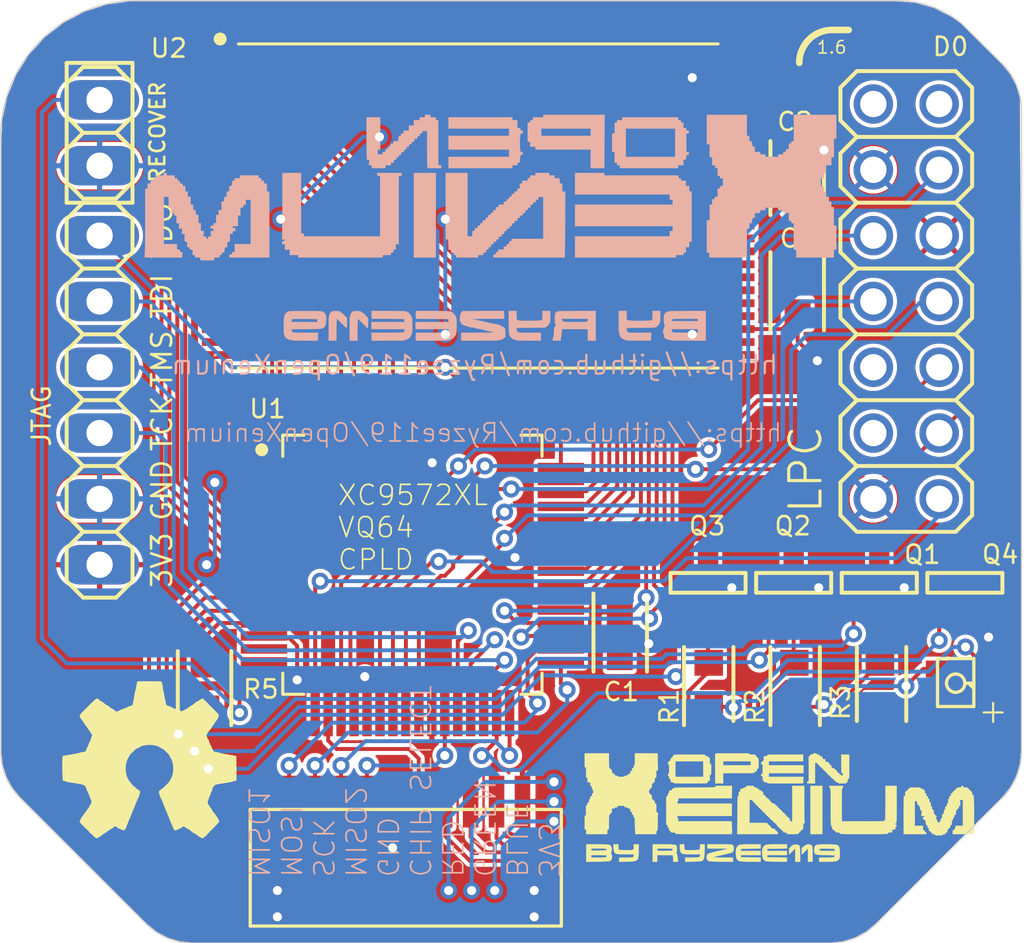
<source format=kicad_pcb>
(kicad_pcb (version 20171130) (host pcbnew 5.1.5+dfsg1-2build2)
  (layers (0 Top signal hide) (31 Bottom signal) (34 B.Paste user) (35 F.Paste user hide) (36 B.SilkS user) (37 F.SilkS user hide) (38 B.Mask user) (39 F.Mask user hide) (44 Edge.Cuts user))
  (net 0 "")
  (net 1 +3V3)
  (net 2 GND)
  (net 3 +5V)
  (net 4 /A5)
  (net 5 /A6)
  (net 6 /A7)
  (net 7 /A17)
  (net 8 /A18)
  (net 9 /A8)
  (net 10 /A9)
  (net 11 /A10)
  (net 12 /A11)
  (net 13 /TDO)
  (net 14 /A12)
  (net 15 /A13)
  (net 16 /A14)
  (net 17 /A15)
  (net 18 /A16)
  (net 19 /A-1)
  (net 20 /DQ7)
  (net 21 /DQ6)
  (net 22 /DQ5)
  (net 23 /DQ4)
  (net 24 /DQ3)
  (net 25 /DQ2)
  (net 26 /DQ1)
  (net 27 /DQ0)
  (net 28 /~OE)
  (net 29 /A0)
  (net 30 /MISO)
  (net 31 /MOSI)
  (net 32 /SCK)
  (net 33 "Net-(Q4-Pad3)")
  (net 34 /TCK)
  (net 35 /TMS)
  (net 36 /TDI)
  (net 37 /INPUT)
  (net 38 /LAD2)
  (net 39 /LAD1)
  (net 40 /LAD3)
  (net 41 /LAD0)
  (net 42 /LFRAME)
  (net 43 /RST)
  (net 44 /CS)
  (net 45 /LCLK)
  (net 46 "Net-(U1-Pad16)")
  (net 47 "Net-(U1-Pad15)")
  (net 48 /RECOVER)
  (net 49 /R)
  (net 50 /G)
  (net 51 /B)
  (net 52 /A19)
  (net 53 /NC_2)
  (net 54 /~WE)
  (net 55 /NC)
  (net 56 /A4)
  (net 57 /A3)
  (net 58 /A2)
  (net 59 /A1)
  (net 60 "Net-(U2-Pad43)")
  (net 61 "Net-(U2-Pad41)")
  (net 62 "Net-(U2-Pad39)")
  (net 63 "Net-(U2-Pad36)")
  (net 64 "Net-(U2-Pad34)")
  (net 65 "Net-(U2-Pad32)")
  (net 66 "Net-(U2-Pad30)")
  (net 67 "Net-(U2-Pad15)")
  (net 68 "Net-(U2-Pad14)")
  (net 69 "Net-(D0-Pad1)")
  (net 70 /R_EXT)
  (net 71 /B_EXT)
  (net 72 "Net-(R1-Pad1)")
  (net 73 /G_EXT)
  (net 74 "Net-(L1-PadP$3)")
  (net 75 "Net-(L1-PadP$1)")
  (net 76 "Net-(L1-PadP$4)")
  (net 77 "Net-(LPC1-Pad14)")
  (net 78 "Net-(LPC1-Pad13)")
  (net 79 "Net-(LPC1-Pad4)")
  (module Xenium2019:board_bottom_logos (layer Bottom) (at 148.6 102.4)
    (fp_text reference G*** hide)
    (fp_text value LOGO hide)
  )
  (module Xenium2019:board_top_logos (layer Top) (at 148.7 105.2)
    (fp_text reference G*** hide)
    (fp_text value LOGO hide)
  )
  (module Xenium2019:LQFP64 (layer Top) (at 144.694265 108.585361)
    (fp_text reference U1 (at -5.588 -5.6047) (layer F.SilkS) (effects (font (size 0.7 0.7) (thickness 0.1)) (justify bottom)))
    (fp_text value XC9572XL-10VQG64)
    (pad 64 smd rect (at -3.75 -5.7266 90) (size 1.7883 0.3632) (layers Top F.Paste F.Mask) (net 4 /A5))
    (pad 63 smd rect (at -3.25 -5.7266 90) (size 1.7883 0.3632) (layers Top F.Paste F.Mask) (net 5 /A6))
    (pad 62 smd rect (at -2.75 -5.7266 90) (size 1.7883 0.3632) (layers Top F.Paste F.Mask) (net 6 /A7))
    (pad 61 smd rect (at -2.25 -5.7266 90) (size 1.7883 0.3632) (layers Top F.Paste F.Mask) (net 7 /A17))
    (pad 60 smd rect (at -1.75 -5.7266 90) (size 1.7883 0.3632) (layers Top F.Paste F.Mask) (net 8 /A18))
    (pad 59 smd rect (at -1.25 -5.7266 90) (size 1.7883 0.3632) (layers Top F.Paste F.Mask) (net 9 /A8))
    (pad 58 smd rect (at -0.75 -5.7266 90) (size 1.7883 0.3632) (layers Top F.Paste F.Mask) (net 10 /A9))
    (pad 57 smd rect (at -0.25 -5.7266 90) (size 1.7883 0.3632) (layers Top F.Paste F.Mask) (net 11 /A10))
    (pad 56 smd rect (at 0.25 -5.7266 90) (size 1.7883 0.3632) (layers Top F.Paste F.Mask) (net 12 /A11))
    (pad 55 smd rect (at 0.75 -5.7266 90) (size 1.7883 0.3632) (layers Top F.Paste F.Mask) (net 1 +3V3))
    (pad 54 smd rect (at 1.25 -5.7266 90) (size 1.7883 0.3632) (layers Top F.Paste F.Mask) (net 2 GND))
    (pad 53 smd rect (at 1.75 -5.7266 90) (size 1.7883 0.3632) (layers Top F.Paste F.Mask) (net 13 /TDO))
    (pad 52 smd rect (at 2.25 -5.7266 90) (size 1.7883 0.3632) (layers Top F.Paste F.Mask) (net 14 /A12))
    (pad 51 smd rect (at 2.75 -5.7266 90) (size 1.7883 0.3632) (layers Top F.Paste F.Mask) (net 15 /A13))
    (pad 50 smd rect (at 3.25 -5.7266 90) (size 1.7883 0.3632) (layers Top F.Paste F.Mask) (net 16 /A14))
    (pad 49 smd rect (at 3.75 -5.7266 90) (size 1.7883 0.3632) (layers Top F.Paste F.Mask) (net 17 /A15))
    (pad 48 smd rect (at 5.7266 -3.75) (size 1.7883 0.3632) (layers Top F.Paste F.Mask) (net 18 /A16))
    (pad 47 smd rect (at 5.7266 -3.25) (size 1.7883 0.3632) (layers Top F.Paste F.Mask) (net 19 /A-1))
    (pad 46 smd rect (at 5.7266 -2.75) (size 1.7883 0.3632) (layers Top F.Paste F.Mask) (net 20 /DQ7))
    (pad 45 smd rect (at 5.7266 -2.25) (size 1.7883 0.3632) (layers Top F.Paste F.Mask) (net 21 /DQ6))
    (pad 44 smd rect (at 5.7266 -1.75) (size 1.7883 0.3632) (layers Top F.Paste F.Mask) (net 22 /DQ5))
    (pad 43 smd rect (at 5.7266 -1.25) (size 1.7883 0.3632) (layers Top F.Paste F.Mask) (net 23 /DQ4))
    (pad 42 smd rect (at 5.7266 -0.75) (size 1.7883 0.3632) (layers Top F.Paste F.Mask) (net 24 /DQ3))
    (pad 41 smd rect (at 5.7266 -0.25) (size 1.7883 0.3632) (layers Top F.Paste F.Mask) (net 2 GND))
    (pad 40 smd rect (at 5.7266 0.25) (size 1.7883 0.3632) (layers Top F.Paste F.Mask) (net 25 /DQ2))
    (pad 39 smd rect (at 5.7266 0.75) (size 1.7883 0.3632) (layers Top F.Paste F.Mask) (net 26 /DQ1))
    (pad 38 smd rect (at 5.7266 1.25) (size 1.7883 0.3632) (layers Top F.Paste F.Mask) (net 27 /DQ0))
    (pad 37 smd rect (at 5.7266 1.75) (size 1.7883 0.3632) (layers Top F.Paste F.Mask) (net 1 +3V3))
    (pad 36 smd rect (at 5.7266 2.25) (size 1.7883 0.3632) (layers Top F.Paste F.Mask) (net 28 /~OE))
    (pad 35 smd rect (at 5.7266 2.75) (size 1.7883 0.3632) (layers Top F.Paste F.Mask) (net 29 /A0))
    (pad 34 smd rect (at 5.7266 3.25) (size 1.7883 0.3632) (layers Top F.Paste F.Mask) (net 30 /MISO))
    (pad 33 smd rect (at 5.7266 3.75) (size 1.7883 0.3632) (layers Top F.Paste F.Mask) (net 31 /MOSI))
    (pad 32 smd rect (at 3.75 5.7266 90) (size 1.7883 0.3632) (layers Top F.Paste F.Mask) (net 32 /SCK))
    (pad 31 smd rect (at 3.25 5.7266 90) (size 1.7883 0.3632) (layers Top F.Paste F.Mask) (net 33 "Net-(Q4-Pad3)"))
    (pad 30 smd rect (at 2.75 5.7266 90) (size 1.7883 0.3632) (layers Top F.Paste F.Mask) (net 34 /TCK))
    (pad 29 smd rect (at 2.25 5.7266 90) (size 1.7883 0.3632) (layers Top F.Paste F.Mask) (net 35 /TMS))
    (pad 28 smd rect (at 1.75 5.7266 90) (size 1.7883 0.3632) (layers Top F.Paste F.Mask) (net 36 /TDI))
    (pad 27 smd rect (at 1.25 5.7266 90) (size 1.7883 0.3632) (layers Top F.Paste F.Mask) (net 37 /INPUT))
    (pad 26 smd rect (at 0.75 5.7266 90) (size 1.7883 0.3632) (layers Top F.Paste F.Mask) (net 1 +3V3))
    (pad 25 smd rect (at 0.25 5.7266 90) (size 1.7883 0.3632) (layers Top F.Paste F.Mask) (net 38 /LAD2))
    (pad 24 smd rect (at -0.25 5.7266 90) (size 1.7883 0.3632) (layers Top F.Paste F.Mask) (net 39 /LAD1))
    (pad 23 smd rect (at -0.75 5.7266 90) (size 1.7883 0.3632) (layers Top F.Paste F.Mask) (net 40 /LAD3))
    (pad 22 smd rect (at -1.25 5.7266 90) (size 1.7883 0.3632) (layers Top F.Paste F.Mask) (net 41 /LAD0))
    (pad 21 smd rect (at -1.75 5.7266 90) (size 1.7883 0.3632) (layers Top F.Paste F.Mask) (net 2 GND))
    (pad 20 smd rect (at -2.25 5.7266 90) (size 1.7883 0.3632) (layers Top F.Paste F.Mask) (net 42 /LFRAME))
    (pad 19 smd rect (at -2.75 5.7266 90) (size 1.7883 0.3632) (layers Top F.Paste F.Mask) (net 43 /RST))
    (pad 18 smd rect (at -3.25 5.7266 90) (size 1.7883 0.3632) (layers Top F.Paste F.Mask) (net 44 /CS))
    (pad 17 smd rect (at -3.75 5.7266 90) (size 1.7883 0.3632) (layers Top F.Paste F.Mask) (net 45 /LCLK))
    (pad 16 smd rect (at -5.7266 3.75) (size 1.7883 0.3632) (layers Top F.Paste F.Mask) (net 46 "Net-(U1-Pad16)"))
    (pad 15 smd rect (at -5.7266 3.25) (size 1.7883 0.3632) (layers Top F.Paste F.Mask) (net 47 "Net-(U1-Pad15)"))
    (pad 14 smd rect (at -5.7266 2.75) (size 1.7883 0.3632) (layers Top F.Paste F.Mask) (net 2 GND))
    (pad 13 smd rect (at -5.7266 2.25) (size 1.7883 0.3632) (layers Top F.Paste F.Mask) (net 48 /RECOVER))
    (pad 12 smd rect (at -5.7266 1.75) (size 1.7883 0.3632) (layers Top F.Paste F.Mask) (net 49 /R))
    (pad 11 smd rect (at -5.7266 1.25) (size 1.7883 0.3632) (layers Top F.Paste F.Mask) (net 50 /G))
    (pad 10 smd rect (at -5.7266 0.75) (size 1.7883 0.3632) (layers Top F.Paste F.Mask) (net 51 /B))
    (pad 9 smd rect (at -5.7266 0.25) (size 1.7883 0.3632) (layers Top F.Paste F.Mask) (net 52 /A19))
    (pad 8 smd rect (at -5.7266 -0.25) (size 1.7883 0.3632) (layers Top F.Paste F.Mask) (net 53 /NC_2))
    (pad 7 smd rect (at -5.7266 -0.75) (size 1.7883 0.3632) (layers Top F.Paste F.Mask) (net 54 /~WE))
    (pad 6 smd rect (at -5.7266 -1.25) (size 1.7883 0.3632) (layers Top F.Paste F.Mask) (net 55 /NC))
    (pad 5 smd rect (at -5.7266 -1.75) (size 1.7883 0.3632) (layers Top F.Paste F.Mask) (net 56 /A4))
    (pad 4 smd rect (at -5.7266 -2.25) (size 1.7883 0.3632) (layers Top F.Paste F.Mask) (net 57 /A3))
    (pad 3 smd rect (at -5.7266 -2.75) (size 1.7883 0.3632) (layers Top F.Paste F.Mask) (net 1 +3V3))
    (pad 2 smd rect (at -5.7266 -3.25) (size 1.7883 0.3632) (layers Top F.Paste F.Mask) (net 58 /A2))
    (pad 1 smd rect (at -5.7266 -3.75) (size 1.7883 0.3632) (layers Top F.Paste F.Mask) (net 59 /A1))
  )
  (module Xenium2019:TSOP48 (layer Top) (at 147.234265 94.742361)
    (fp_text reference U2 (at -11.938 -5.6789) (layer F.SilkS) (effects (font (size 0.7 0.7) (thickness 0.1)) (justify bottom)))
    (fp_text value AM29LV160M)
    (pad 48 smd rect (at 9.8394 -5.75) (size 1.6364 0.3) (layers Top F.Paste F.Mask) (net 18 /A16))
    (pad 47 smd rect (at 9.8394 -5.25) (size 1.6364 0.3) (layers Top F.Paste F.Mask) (net 2 GND))
    (pad 46 smd rect (at 9.8394 -4.75) (size 1.6364 0.3) (layers Top F.Paste F.Mask) (net 2 GND))
    (pad 45 smd rect (at 9.8394 -4.25) (size 1.6364 0.3) (layers Top F.Paste F.Mask) (net 19 /A-1))
    (pad 44 smd rect (at 9.8394 -3.75) (size 1.6364 0.3) (layers Top F.Paste F.Mask) (net 20 /DQ7))
    (pad 43 smd rect (at 9.8394 -3.25) (size 1.6364 0.3) (layers Top F.Paste F.Mask) (net 60 "Net-(U2-Pad43)"))
    (pad 42 smd rect (at 9.8394 -2.75) (size 1.6364 0.3) (layers Top F.Paste F.Mask) (net 21 /DQ6))
    (pad 41 smd rect (at 9.8394 -2.25) (size 1.6364 0.3) (layers Top F.Paste F.Mask) (net 61 "Net-(U2-Pad41)"))
    (pad 40 smd rect (at 9.8394 -1.75) (size 1.6364 0.3) (layers Top F.Paste F.Mask) (net 22 /DQ5))
    (pad 39 smd rect (at 9.8394 -1.25) (size 1.6364 0.3) (layers Top F.Paste F.Mask) (net 62 "Net-(U2-Pad39)"))
    (pad 38 smd rect (at 9.8394 -0.75) (size 1.6364 0.3) (layers Top F.Paste F.Mask) (net 23 /DQ4))
    (pad 37 smd rect (at 9.8394 -0.25) (size 1.6364 0.3) (layers Top F.Paste F.Mask) (net 1 +3V3))
    (pad 36 smd rect (at 9.8394 0.25) (size 1.6364 0.3) (layers Top F.Paste F.Mask) (net 63 "Net-(U2-Pad36)"))
    (pad 35 smd rect (at 9.8394 0.75) (size 1.6364 0.3) (layers Top F.Paste F.Mask) (net 24 /DQ3))
    (pad 34 smd rect (at 9.8394 1.25) (size 1.6364 0.3) (layers Top F.Paste F.Mask) (net 64 "Net-(U2-Pad34)"))
    (pad 33 smd rect (at 9.8394 1.75) (size 1.6364 0.3) (layers Top F.Paste F.Mask) (net 25 /DQ2))
    (pad 32 smd rect (at 9.8394 2.25) (size 1.6364 0.3) (layers Top F.Paste F.Mask) (net 65 "Net-(U2-Pad32)"))
    (pad 31 smd rect (at 9.8394 2.75) (size 1.6364 0.3) (layers Top F.Paste F.Mask) (net 26 /DQ1))
    (pad 30 smd rect (at 9.8394 3.25) (size 1.6364 0.3) (layers Top F.Paste F.Mask) (net 66 "Net-(U2-Pad30)"))
    (pad 29 smd rect (at 9.8394 3.75) (size 1.6364 0.3) (layers Top F.Paste F.Mask) (net 27 /DQ0))
    (pad 28 smd rect (at 9.8394 4.25) (size 1.6364 0.3) (layers Top F.Paste F.Mask) (net 28 /~OE))
    (pad 27 smd rect (at 9.8394 4.75) (size 1.6364 0.3) (layers Top F.Paste F.Mask) (net 2 GND))
    (pad 26 smd rect (at 9.8394 5.25) (size 1.6364 0.3) (layers Top F.Paste F.Mask) (net 2 GND))
    (pad 25 smd rect (at 9.8394 5.75) (size 1.6364 0.3) (layers Top F.Paste F.Mask) (net 29 /A0))
    (pad 24 smd rect (at -9.8394 5.75) (size 1.6364 0.3) (layers Top F.Paste F.Mask) (net 59 /A1))
    (pad 23 smd rect (at -9.8394 5.25) (size 1.6364 0.3) (layers Top F.Paste F.Mask) (net 58 /A2))
    (pad 22 smd rect (at -9.8394 4.75) (size 1.6364 0.3) (layers Top F.Paste F.Mask) (net 57 /A3))
    (pad 21 smd rect (at -9.8394 4.25) (size 1.6364 0.3) (layers Top F.Paste F.Mask) (net 56 /A4))
    (pad 20 smd rect (at -9.8394 3.75) (size 1.6364 0.3) (layers Top F.Paste F.Mask) (net 4 /A5))
    (pad 19 smd rect (at -9.8394 3.25) (size 1.6364 0.3) (layers Top F.Paste F.Mask) (net 5 /A6))
    (pad 18 smd rect (at -9.8394 2.75) (size 1.6364 0.3) (layers Top F.Paste F.Mask) (net 6 /A7))
    (pad 17 smd rect (at -9.8394 2.25) (size 1.6364 0.3) (layers Top F.Paste F.Mask) (net 7 /A17))
    (pad 16 smd rect (at -9.8394 1.75) (size 1.6364 0.3) (layers Top F.Paste F.Mask) (net 8 /A18))
    (pad 15 smd rect (at -9.8394 1.25) (size 1.6364 0.3) (layers Top F.Paste F.Mask) (net 67 "Net-(U2-Pad15)"))
    (pad 14 smd rect (at -9.8394 0.75) (size 1.6364 0.3) (layers Top F.Paste F.Mask) (net 68 "Net-(U2-Pad14)"))
    (pad 13 smd rect (at -9.8394 0.25) (size 1.6364 0.3) (layers Top F.Paste F.Mask) (net 55 /NC))
    (pad 12 smd rect (at -9.8394 -0.25) (size 1.6364 0.3) (layers Top F.Paste F.Mask) (net 1 +3V3))
    (pad 11 smd rect (at -9.8394 -0.75) (size 1.6364 0.3) (layers Top F.Paste F.Mask) (net 54 /~WE))
    (pad 10 smd rect (at -9.8394 -1.25) (size 1.6364 0.3) (layers Top F.Paste F.Mask) (net 53 /NC_2))
    (pad 9 smd rect (at -9.8394 -1.75) (size 1.6364 0.3) (layers Top F.Paste F.Mask) (net 52 /A19))
    (pad 8 smd rect (at -9.8394 -2.25) (size 1.6364 0.3) (layers Top F.Paste F.Mask) (net 9 /A8))
    (pad 7 smd rect (at -9.8394 -2.75) (size 1.6364 0.3) (layers Top F.Paste F.Mask) (net 10 /A9))
    (pad 6 smd rect (at -9.8394 -3.25) (size 1.6364 0.3) (layers Top F.Paste F.Mask) (net 11 /A10))
    (pad 5 smd rect (at -9.8394 -3.75) (size 1.6364 0.3) (layers Top F.Paste F.Mask) (net 12 /A11))
    (pad 4 smd rect (at -9.8394 -4.25) (size 1.6364 0.3) (layers Top F.Paste F.Mask) (net 14 /A12))
    (pad 3 smd rect (at -9.8394 -4.75) (size 1.6364 0.3) (layers Top F.Paste F.Mask) (net 15 /A13))
    (pad 2 smd rect (at -9.8394 -5.25) (size 1.6364 0.3) (layers Top F.Paste F.Mask) (net 16 /A14))
    (pad 1 smd rect (at -9.8394 -5.75) (size 1.6364 0.3) (layers Top F.Paste F.Mask) (net 17 /A15))
  )
  (module Xenium2019:1X06 (layer Top) (at 132.629265 102.235361 90)
    (fp_text reference JTAG (at -1.8542 -1.8288 90) (layer F.SilkS) (effects (font (size 0.7 0.7) (thickness 0.1)) (justify left bottom)))
    (fp_text value PINHD-1X6)
    (pad 6 thru_hole oval (at 6.35 0 180) (size 3.048 1.524) (drill 1.016) (layers *.Cu *.Mask) (net 13 /TDO))
    (pad 5 thru_hole oval (at 3.81 0 180) (size 3.048 1.524) (drill 1.016) (layers *.Cu *.Mask) (net 36 /TDI))
    (pad 4 thru_hole oval (at 1.27 0 180) (size 3.048 1.524) (drill 1.016) (layers *.Cu *.Mask) (net 35 /TMS))
    (pad 3 thru_hole oval (at -1.27 0 180) (size 3.048 1.524) (drill 1.016) (layers *.Cu *.Mask) (net 34 /TCK))
    (pad 2 thru_hole oval (at -3.81 0 180) (size 3.048 1.524) (drill 1.016) (layers *.Cu *.Mask) (net 2 GND))
    (pad 1 thru_hole oval (at -6.35 0 180) (size 3.048 1.524) (drill 1.016) (layers *.Cu *.Mask) (net 1 +3V3))
  )
  (module Xenium2019:1X02 (layer Top) (at 132.629265 91.91788 90)
    (fp_text reference RECOVERY1 hide)
    (fp_text value PINHD-1X2)
    (pad 2 thru_hole oval (at 1.27 0 180) (size 3.048 1.524) (drill 1.016) (layers *.Cu *.Mask) (net 48 /RECOVER))
    (pad 1 thru_hole oval (at -1.27 0 180) (size 3.048 1.524) (drill 1.016) (layers *.Cu *.Mask) (net 2 GND))
  )
  (module Xenium2019:C0603 (layer Top) (at 152.695265 111.252361 270)
    (fp_text reference C1 (at 2.647639 0.695265) (layer F.SilkS) (effects (font (size 0.7 0.7) (thickness 0.1)) (justify left bottom)))
    (fp_text value 100n)
    (pad 2 smd rect (at 0.85 0 270) (size 1.1 1) (layers Top F.Paste F.Mask) (net 2 GND))
    (pad 1 smd rect (at -0.85 0 270) (size 1.1 1) (layers Top F.Paste F.Mask) (net 1 +3V3))
  )
  (module Xenium2019:C0603 (layer Top) (at 159.553265 93.599361 90)
    (fp_text reference C2 (at 1.699361 -0.853265) (layer F.SilkS) (effects (font (size 0.7 0.7) (thickness 0.1)) (justify left bottom)))
    (fp_text value 100n)
    (pad 2 smd rect (at 0.85 0 90) (size 1.1 1) (layers Top F.Paste F.Mask) (net 2 GND))
    (pad 1 smd rect (at -0.85 0 90) (size 1.1 1) (layers Top F.Paste F.Mask) (net 1 +3V3))
  )
  (module Xenium2019:C0603 (layer Top) (at 159.553265 98.044361 270)
    (fp_text reference C4 (at -1.644361 0.753265) (layer F.SilkS) (effects (font (size 0.7 0.7) (thickness 0.1)) (justify left bottom)))
    (fp_text value 10u)
    (pad 2 smd rect (at 0.85 0 270) (size 1.1 1) (layers Top F.Paste F.Mask) (net 2 GND))
    (pad 1 smd rect (at -0.85 0 270) (size 1.1 1) (layers Top F.Paste F.Mask) (net 1 +3V3))
  )
  (module Xenium2019:SMD1,27-2,54 (layer Top) (at 163.109265 88.011361 90)
    (fp_text reference D0 (at -0.988639 1.590735) (layer F.SilkS) (effects (font (size 0.7 0.7) (thickness 0.1)) (justify left bottom)))
    (fp_text value SMD2)
    (pad 1 smd rect (at 0 0 90) (size 1.27 2.54) (layers Top F.Paste F.Mask) (net 69 "Net-(D0-Pad1)"))
  )
  (module Xenium2019:R0603 (layer Top) (at 136.693265 113.284361 270)
    (fp_text reference R5 (at 0.515639 -1.406735) (layer F.SilkS) (effects (font (size 0.7 0.7) (thickness 0.1)) (justify left bottom)))
    (fp_text value 1k)
    (pad 2 smd rect (at 0.85 0 270) (size 1 1.1) (layers Top F.Paste F.Mask) (net 1 +3V3))
    (pad 1 smd rect (at -0.85 0 270) (size 1 1.1) (layers Top F.Paste F.Mask) (net 48 /RECOVER))
  )
  (module Xenium2019:SOT-23 (layer Top) (at 162.728265 109.283861 180)
    (fp_text reference Q1 (at -0.871735 0.683861) (layer F.SilkS) (effects (font (size 0.7 0.7) (thickness 0.1)) (justify left bottom)))
    (fp_text value 310mA/60V/1.6Ω hide)
    (pad 1 smd rect (at 0.0254 1.016 180) (size 0.7874 0.889) (layers Top F.Paste F.Mask) (net 70 /R_EXT))
    (pad 2 smd rect (at -0.9398 -1.016 180) (size 0.7874 0.889) (layers Top F.Paste F.Mask) (net 2 GND))
    (pad 3 smd rect (at 0.9906 -1.016 180) (size 0.7874 0.889) (layers Top F.Paste F.Mask) (net 49 /R))
  )
  (module Xenium2019:R0603 (layer Top) (at 156.124265 113.220861 90)
    (fp_text reference R1 (at -1.5875 -1.11125 90) (layer F.SilkS) (effects (font (size 0.7 0.7) (thickness 0.1)) (justify left bottom)))
    (fp_text value 68)
    (pad 2 smd rect (at 0.85 0 90) (size 1 1.1) (layers Top F.Paste F.Mask) (net 71 /B_EXT))
    (pad 1 smd rect (at -0.85 0 90) (size 1 1.1) (layers Top F.Paste F.Mask) (net 72 "Net-(R1-Pad1)"))
  )
  (module Xenium2019:R0603 (layer Top) (at 159.426265 113.220861 90)
    (fp_text reference R2 (at -1.5875 -1.11125 90) (layer F.SilkS) (effects (font (size 0.7 0.7) (thickness 0.1)) (justify left bottom)))
    (fp_text value 68)
    (pad 2 smd rect (at 0.85 0 90) (size 1 1.1) (layers Top F.Paste F.Mask) (net 73 /G_EXT))
    (pad 1 smd rect (at -0.85 0 90) (size 1 1.1) (layers Top F.Paste F.Mask) (net 74 "Net-(L1-PadP$3)"))
  )
  (module Xenium2019:R0603 (layer Top) (at 162.728265 113.220861 90)
    (fp_text reference R3 (at -1.42875 -1.11125 90) (layer F.SilkS) (effects (font (size 0.7 0.7) (thickness 0.1)) (justify left bottom)))
    (fp_text value 68)
    (pad 2 smd rect (at 0.85 0 90) (size 1 1.1) (layers Top F.Paste F.Mask) (net 70 /R_EXT))
    (pad 1 smd rect (at -0.85 0 90) (size 1 1.1) (layers Top F.Paste F.Mask) (net 75 "Net-(L1-PadP$1)"))
  )
  (module Xenium2019:4-SMD-R6GHBHC (layer Top) (at 165.649265 113.157361)
    (fp_text reference L1 hide)
    (fp_text value 19-237_R6GHBHC-A07_2T hide)
    (pad P$4 smd rect (at 0.7 -0.55) (size 0.9 0.65) (layers Top F.Paste F.Mask) (net 76 "Net-(L1-PadP$4)"))
    (pad P$3 smd rect (at -0.7 -0.55) (size 0.9 0.65) (layers Top F.Paste F.Mask) (net 74 "Net-(L1-PadP$3)"))
    (pad P$2 smd rect (at 0.7 0.55) (size 0.9 0.65) (layers Top F.Paste F.Mask) (net 1 +3V3))
    (pad P$1 smd rect (at -0.7 0.55) (size 0.9 0.65) (layers Top F.Paste F.Mask) (net 75 "Net-(L1-PadP$1)"))
  )
  (module Xenium2019:SOT-23 (layer Top) (at 159.426265 109.283861 180)
    (fp_text reference Q2 (at 0.826265 1.783861) (layer F.SilkS) (effects (font (size 0.7 0.7) (thickness 0.1)) (justify left bottom)))
    (fp_text value 310mA/60V/1.6Ω)
    (pad 1 smd rect (at 0.0254 1.016 180) (size 0.7874 0.889) (layers Top F.Paste F.Mask) (net 73 /G_EXT))
    (pad 2 smd rect (at -0.9398 -1.016 180) (size 0.7874 0.889) (layers Top F.Paste F.Mask) (net 2 GND))
    (pad 3 smd rect (at 0.9906 -1.016 180) (size 0.7874 0.889) (layers Top F.Paste F.Mask) (net 50 /G))
  )
  (module Xenium2019:SOT-23 (layer Top) (at 166.030265 109.283861 180)
    (fp_text reference Q4 (at -0.569735 0.683861) (layer F.SilkS) (effects (font (size 0.7 0.7) (thickness 0.1)) (justify left bottom)))
    (fp_text value 310mA/60V/1.6Ω)
    (pad 1 smd rect (at 0.0254 1.016 180) (size 0.7874 0.889) (layers Top F.Paste F.Mask) (net 69 "Net-(D0-Pad1)"))
    (pad 2 smd rect (at -0.9398 -1.016 180) (size 0.7874 0.889) (layers Top F.Paste F.Mask) (net 2 GND))
    (pad 3 smd rect (at 0.9906 -1.016 180) (size 0.7874 0.889) (layers Top F.Paste F.Mask) (net 33 "Net-(Q4-Pad3)"))
  )
  (module Xenium2019:SOT-23 (layer Top) (at 156.124265 109.283861 180)
    (fp_text reference Q3 (at 0.824265 1.783861) (layer F.SilkS) (effects (font (size 0.7 0.7) (thickness 0.1)) (justify left bottom)))
    (fp_text value 310mA/60V/1.6Ω)
    (pad 1 smd rect (at 0.0254 1.016 180) (size 0.7874 0.889) (layers Top F.Paste F.Mask) (net 71 /B_EXT))
    (pad 2 smd rect (at -0.9398 -1.016 180) (size 0.7874 0.889) (layers Top F.Paste F.Mask) (net 2 GND))
    (pad 3 smd rect (at 0.9906 -1.016 180) (size 0.7874 0.889) (layers Top F.Paste F.Mask) (net 51 /B))
  )
  (module Xenium2019:SM10B-SRSS-TB (layer Top) (at 144.440265 117.729361)
    (fp_text reference J1 hide)
    (fp_text value SM10B-SRSS-TB hide)
    (pad C1 smd rect (at -5.8 4) (size 2.5 2) (layers Top F.Paste F.Mask) (net 2 GND))
    (pad C2 smd rect (at 5.8 4) (size 2.5 2) (layers Top F.Paste F.Mask) (net 2 GND))
    (pad 10 smd rect (at 4.5 0) (size 0.6 2) (layers Top F.Paste F.Mask) (net 1 +3V3))
    (pad 9 smd rect (at 3.5 0) (size 0.6 2) (layers Top F.Paste F.Mask) (net 71 /B_EXT))
    (pad 8 smd rect (at 2.5 0) (size 0.6 2) (layers Top F.Paste F.Mask) (net 73 /G_EXT))
    (pad 7 smd rect (at 1.5 0) (size 0.6 2) (layers Top F.Paste F.Mask) (net 70 /R_EXT))
    (pad 6 smd rect (at 0.5 0) (size 0.6 2) (layers Top F.Paste F.Mask) (net 44 /CS))
    (pad 5 smd rect (at -0.5 0) (size 0.6 2) (layers Top F.Paste F.Mask) (net 2 GND))
    (pad 4 smd rect (at -1.5 0) (size 0.6 2) (layers Top F.Paste F.Mask) (net 37 /INPUT))
    (pad 3 smd rect (at -2.5 0) (size 0.6 2) (layers Top F.Paste F.Mask) (net 32 /SCK))
    (pad 2 smd rect (at -3.5 0) (size 0.6 2) (layers Top F.Paste F.Mask) (net 31 /MOSI))
    (pad 1 smd rect (at -4.5 0) (size 0.6 2) (layers Top F.Paste F.Mask) (net 30 /MISO))
  )
  (module Xenium2019:2X07 (layer Top) (at 163.744265 98.425361 90)
    (fp_text reference LPC (at -8.255 -3.175 90) (layer F.SilkS) (effects (font (size 1.2065 1.2065) (thickness 0.12065)) (justify left bottom)))
    (fp_text value PINHD-2X7)
    (pad 14 thru_hole circle (at 7.62 -1.27 90) (size 1.524 1.524) (drill 1.016) (layers *.Cu *.Mask) (net 77 "Net-(LPC1-Pad14)"))
    (pad 13 thru_hole circle (at 7.62 1.27 90) (size 1.524 1.524) (drill 1.016) (layers *.Cu *.Mask) (net 78 "Net-(LPC1-Pad13)"))
    (pad 12 thru_hole circle (at 5.08 -1.27 90) (size 1.524 1.524) (drill 1.016) (layers *.Cu *.Mask) (net 2 GND))
    (pad 11 thru_hole circle (at 5.08 1.27 90) (size 1.524 1.524) (drill 1.016) (layers *.Cu *.Mask) (net 41 /LAD0))
    (pad 10 thru_hole circle (at 2.54 -1.27 90) (size 1.524 1.524) (drill 1.016) (layers *.Cu *.Mask) (net 39 /LAD1))
    (pad 9 thru_hole circle (at 2.54 1.27 90) (size 1.524 1.524) (drill 1.016) (layers *.Cu *.Mask) (net 1 +3V3))
    (pad 8 thru_hole circle (at 0 -1.27 90) (size 1.524 1.524) (drill 1.016) (layers *.Cu *.Mask) (net 38 /LAD2))
    (pad 7 thru_hole circle (at 0 1.27 90) (size 1.524 1.524) (drill 1.016) (layers *.Cu *.Mask) (net 40 /LAD3))
    (pad 6 thru_hole circle (at -2.54 -1.27 90) (size 1.524 1.524) (drill 1.016) (layers *.Cu *.Mask) (net 3 +5V))
    (pad 5 thru_hole circle (at -2.54 1.27 90) (size 1.524 1.524) (drill 1.016) (layers *.Cu *.Mask) (net 43 /RST))
    (pad 4 thru_hole circle (at -5.08 -1.27 90) (size 1.524 1.524) (drill 1.016) (layers *.Cu *.Mask) (net 79 "Net-(LPC1-Pad4)"))
    (pad 3 thru_hole circle (at -5.08 1.27 90) (size 1.524 1.524) (drill 1.016) (layers *.Cu *.Mask) (net 42 /LFRAME))
    (pad 2 thru_hole circle (at -7.62 -1.27 90) (size 1.524 1.524) (drill 1.016) (layers *.Cu *.Mask) (net 2 GND))
    (pad 1 thru_hole circle (at -7.62 1.27 90) (size 1.524 1.524) (drill 1.016) (layers *.Cu *.Mask) (net 45 /LCLK))
  )
  (module Xenium2019:TP13SQ (layer Top) (at 159.616765 90.170361)
    (fp_text reference TP1 hide)
    (fp_text value TPTP13SQ)
    (pad TP smd rect (at 0 0) (size 1.3 1.3) (layers Top F.Mask) (net 42 /LFRAME))
  )
  (gr_line (start 160.787161 123.190361) (end 136.221368 123.190361) (layer Edge.Cuts) (width 0.05))
  (gr_arc (start 160.787162 120.65036) (end 160.787161 123.190361) (angle -45.00005) (layer Edge.Cuts) (width 0.05))
  (gr_line (start 162.583215 122.446411) (end 167.445315 117.584311) (layer Edge.Cuts) (width 0.05))
  (gr_arc (start 165.649265 115.78826) (end 167.445315 117.584311) (angle -45.00007) (layer Edge.Cuts) (width 0.05))
  (gr_line (start 168.189265 115.788258) (end 168.189265 91.049333) (layer Edge.Cuts) (width 0.05))
  (gr_arc (start 165.649264 91.049334) (end 168.189265 91.049333) (angle -45.187369) (layer Edge.Cuts) (width 0.05))
  (gr_line (start 167.439433 89.247418) (end 165.864193 87.682446) (layer Edge.Cuts) (width 0.05))
  (gr_arc (start 163.412902 90.720519) (end 165.864193 87.682446) (angle -40) (layer Edge.Cuts) (width 0.05))
  (gr_arc (start 134.076854 92.075575) (end 133.827561 86.817561) (angle -90.095864) (layer Edge.Cuts) (width 0.05))
  (gr_line (start 128.819265 92.333665) (end 128.819265 115.788258) (layer Edge.Cuts) (width 0.05))
  (gr_text 3V3 (at 135.486765 109.537861 90) (layer F.SilkS) (effects (font (size 0.77216 0.77216) (thickness 0.1)) (justify left bottom)))
  (gr_text GND (at 135.486765 106.951277 90) (layer F.SilkS) (effects (font (size 0.77216 0.77216) (thickness 0.1)) (justify left bottom)))
  (gr_text TCK (at 135.486765 104.267161 90) (layer F.SilkS) (effects (font (size 0.77216 0.77216) (thickness 0.1)) (justify left bottom)))
  (gr_text TMS (at 135.486765 101.815115 90) (layer F.SilkS) (effects (font (size 0.77216 0.77216) (thickness 0.1)) (justify left bottom)))
  (gr_text TDI (at 135.486765 99.155377 90) (layer F.SilkS) (effects (font (size 0.77216 0.77216) (thickness 0.1)) (justify left bottom)))
  (gr_text TDO (at 135.486765 96.837865 90) (layer F.SilkS) (effects (font (size 0.77216 0.77216) (thickness 0.1)) (justify left bottom)))
  (gr_text https://github.com/Ryzee119/OpenXenium (at 159 103.9) (layer B.SilkS) (effects (font (size 0.7 0.7) (thickness 0.065024)) (justify left bottom mirror)))
  (gr_text "XC9572XL\nVQ64\nCPLD" (at 141.773265 108.839361) (layer F.SilkS) (effects (font (size 0.77216 0.77216) (thickness 0.065024)) (justify left bottom)))
  (gr_text RECOVER (at 135.2 93.9 90) (layer F.SilkS) (effects (font (size 0.57912 0.57912) (thickness 0.1)) (justify left bottom)))
  (gr_arc (start 136.221366 120.650361) (end 136.221368 123.190361) (angle 45.00005) (layer Edge.Cuts) (width 0.05))
  (gr_line (start 134.425315 122.446411) (end 129.563215 117.584311) (layer Edge.Cuts) (width 0.05))
  (gr_arc (start 131.359264 115.78826) (end 129.563215 117.584311) (angle 45.00007) (layer Edge.Cuts) (width 0.05))
  (gr_text "3V3\nBLUE\nGREEN\nRED\nCHIP SELECT\nGND\nMISO2\nSCK\nMOSI\nMISO1" (at 150.4 120.7 -90) (layer B.SilkS) (effects (font (size 0.77216 0.77216) (thickness 0.065024)) (justify left top mirror)))
  (gr_arc (start 160.886765 89.217861) (end 159.616765 89.217861) (angle 90) (layer F.SilkS) (width 0.254))
  (gr_line (start 160.886765 87.947861) (end 161.521765 87.947861) (layer F.SilkS) (width 0.254))
  (gr_text 1.6 (at 160.251765 88.900361) (layer F.SilkS) (effects (font (size 0.4826 0.4826) (thickness 0.06096)) (justify left bottom)))
  (gr_line (start 131.359265 89.217861) (end 133.899265 89.217861) (layer F.SilkS) (width 0.1524))
  (gr_line (start 133.899265 89.217861) (end 133.899265 94.615361) (layer F.SilkS) (width 0.1524))
  (gr_line (start 133.899265 94.615361) (end 131.359265 94.615361) (layer F.SilkS) (width 0.1524))
  (gr_line (start 131.359265 94.615361) (end 131.359265 89.217861) (layer F.SilkS) (width 0.1524))
  (gr_line (start 158.505515 92.234111) (end 158.505515 95.091611) (layer F.SilkS) (width 0.1524))
  (gr_line (start 160.569265 95.091611) (end 160.569265 92.234111) (layer F.SilkS) (width 0.1524))
  (gr_line (start 158.505515 96.520361) (end 158.505515 99.536611) (layer F.SilkS) (width 0.1524))
  (gr_line (start 160.569265 99.536611) (end 160.569265 96.520361) (layer F.SilkS) (width 0.1524))
  (gr_line (start 155.171765 114.776611) (end 155.171765 111.760361) (layer F.SilkS) (width 0.1524))
  (gr_line (start 157.076765 114.617861) (end 157.076765 111.760361) (layer F.SilkS) (width 0.1524))
  (gr_line (start 158.505515 114.776611) (end 158.505515 111.760361) (layer F.SilkS) (width 0.1524))
  (gr_line (start 160.410515 114.776611) (end 160.410515 111.760361) (layer F.SilkS) (width 0.1524))
  (gr_line (start 161.839265 111.760361) (end 161.839265 114.617861) (layer F.SilkS) (width 0.1524))
  (gr_line (start 163.744265 114.617861) (end 163.744265 111.760361) (layer F.SilkS) (width 0.1524))
  (gr_line (start 135.645515 114.776611) (end 135.645515 111.919111) (layer F.SilkS) (width 0.1524))
  (gr_line (start 137.709265 114.776611) (end 137.709265 111.919111) (layer F.SilkS) (width 0.1524))
  (gr_line (start 151.679265 109.696611) (end 151.679265 112.712861) (layer F.SilkS) (width 0.1524))
  (gr_line (start 153.743015 109.855361) (end 153.743015 112.712861) (layer F.SilkS) (width 0.1524))
  (gr_text + (at 166.443015 114.776611) (layer F.SilkS) (effects (font (size 0.9652 0.9652) (thickness 0.08128)) (justify left bottom)))
  (gr_line (start 163.337865 86.817561) (end 133.827561 86.817561) (layer Edge.Cuts) (width 0.05))
  (segment (start 138.967665 104.835361) (end 137.712365 104.835361) (width 0.1524) (layer Top) (net 59))
  (segment (start 137.712365 104.835361) (end 137.394865 104.517861) (width 0.1524) (layer Top) (net 59))
  (segment (start 137.394865 104.517861) (end 137.394865 100.492361) (width 0.1524) (layer Top) (net 59))
  (segment (start 138.967665 105.335361) (end 139.057465 105.245561) (width 0.1524) (layer Top) (net 58))
  (segment (start 139.057465 105.245561) (end 139.956502 105.245561) (width 0.1524) (layer Top) (net 58))
  (segment (start 139.956502 105.245561) (end 140.090415 105.111649) (width 0.1524) (layer Top) (net 58))
  (segment (start 140.090415 105.111649) (end 140.090415 104.559074) (width 0.1524) (layer Top) (net 58))
  (segment (start 140.090415 104.559074) (end 139.956502 104.425161) (width 0.1524) (layer Top) (net 58))
  (segment (start 139.956502 104.425161) (end 139.899065 104.425161) (width 0.1524) (layer Top) (net 58))
  (segment (start 139.899065 104.425161) (end 139.233265 103.759361) (width 0.1524) (layer Top) (net 58))
  (segment (start 139.233265 103.759361) (end 138.979265 103.505361) (width 0.1524) (layer Top) (net 58))
  (segment (start 138.979265 103.505361) (end 138.979265 100.457361) (width 0.1524) (layer Top) (net 58))
  (segment (start 138.979265 100.457361) (end 138.514265 99.992361) (width 0.1524) (layer Top) (net 58))
  (segment (start 138.514265 99.992361) (end 137.394865 99.992361) (width 0.1524) (layer Top) (net 58))
  (segment (start 138.967665 106.335361) (end 139.057465 106.245561) (width 0.1524) (layer Top) (net 57))
  (segment (start 139.057465 106.245561) (end 139.956502 106.245561) (width 0.1524) (layer Top) (net 57))
  (segment (start 140.395215 104.432818) (end 139.284065 103.321668) (width 0.1524) (layer Top) (net 57))
  (segment (start 139.956502 106.245561) (end 140.395215 105.806849) (width 0.1524) (layer Top) (net 57))
  (segment (start 140.395215 105.806849) (end 140.395215 104.432818) (width 0.1524) (layer Top) (net 57))
  (segment (start 138.522265 99.492361) (end 137.394865 99.492361) (width 0.1524) (layer Top) (net 57))
  (segment (start 139.284065 103.321668) (end 139.284065 100.254161) (width 0.1524) (layer Top) (net 57))
  (segment (start 139.284065 100.254161) (end 138.522265 99.492361) (width 0.1524) (layer Top) (net 57))
  (segment (start 137.394865 99.072861) (end 137.394865 98.992361) (width 0.1524) (layer Top) (net 56))
  (segment (start 140.700015 104.306561) (end 139.588865 103.195411) (width 0.1524) (layer Top) (net 56))
  (segment (start 138.967665 106.835361) (end 139.057465 106.745561) (width 0.1524) (layer Top) (net 56))
  (segment (start 139.057465 106.745561) (end 139.956502 106.745561) (width 0.1524) (layer Top) (net 56))
  (segment (start 139.956502 106.745561) (end 140.700015 106.002049) (width 0.1524) (layer Top) (net 56))
  (segment (start 140.700015 106.002049) (end 140.700015 104.306561) (width 0.1524) (layer Top) (net 56))
  (segment (start 139.588865 100.127905) (end 138.533821 99.072861) (width 0.1524) (layer Top) (net 56))
  (segment (start 138.533821 99.072861) (end 137.394865 99.072861) (width 0.1524) (layer Top) (net 56))
  (segment (start 139.588865 103.195411) (end 139.588865 100.127905) (width 0.1524) (layer Top) (net 56))
  (segment (start 140.944265 102.858761) (end 140.944265 99.755361) (width 0.1524) (layer Top) (net 4))
  (segment (start 139.681265 98.492361) (end 137.394865 98.492361) (width 0.1524) (layer Top) (net 4))
  (segment (start 140.944265 99.755361) (end 139.681265 98.492361) (width 0.1524) (layer Top) (net 4))
  (segment (start 137.394865 97.992361) (end 137.475365 98.072861) (width 0.1524) (layer Top) (net 5))
  (segment (start 137.475365 98.072861) (end 139.692821 98.072861) (width 0.1524) (layer Top) (net 5))
  (segment (start 139.692821 98.072861) (end 141.444265 99.824305) (width 0.1524) (layer Top) (net 5))
  (segment (start 141.444265 99.824305) (end 141.444265 102.858761) (width 0.1524) (layer Top) (net 5))
  (segment (start 137.394865 97.492361) (end 137.475365 97.572861) (width 0.1524) (layer Top) (net 6))
  (segment (start 137.475365 97.572861) (end 139.623877 97.572861) (width 0.1524) (layer Top) (net 6))
  (segment (start 139.623877 97.572861) (end 141.944265 99.893249) (width 0.1524) (layer Top) (net 6))
  (segment (start 141.944265 99.893249) (end 141.944265 102.858761) (width 0.1524) (layer Top) (net 6))
  (segment (start 137.394865 96.992361) (end 137.475365 97.072861) (width 0.1524) (layer Top) (net 7))
  (segment (start 137.475365 97.072861) (end 139.554933 97.072861) (width 0.1524) (layer Top) (net 7))
  (segment (start 139.554933 97.072861) (end 142.444265 99.962193) (width 0.1524) (layer Top) (net 7))
  (segment (start 142.444265 99.962193) (end 142.444265 102.858761) (width 0.1524) (layer Top) (net 7))
  (segment (start 137.394865 96.492361) (end 137.475365 96.572861) (width 0.1524) (layer Top) (net 8))
  (segment (start 137.475365 96.572861) (end 139.48599 96.572861) (width 0.1524) (layer Top) (net 8))
  (segment (start 139.48599 96.572861) (end 142.944265 100.031136) (width 0.1524) (layer Top) (net 8))
  (segment (start 142.944265 100.031136) (end 142.944265 102.858761) (width 0.1524) (layer Top) (net 8))
  (segment (start 137.394865 92.492361) (end 137.475365 92.572861) (width 0.1524) (layer Top) (net 9))
  (segment (start 137.475365 92.572861) (end 138.307752 92.572861) (width 0.1524) (layer Top) (net 9))
  (segment (start 138.307752 92.572861) (end 143.444265 97.709374) (width 0.1524) (layer Top) (net 9))
  (segment (start 143.444265 97.709374) (end 143.444265 102.858761) (width 0.1524) (layer Top) (net 9))
  (segment (start 137.394865 91.992361) (end 137.475365 92.072861) (width 0.1524) (layer Top) (net 10))
  (segment (start 137.475365 92.072861) (end 138.307752 92.072861) (width 0.1524) (layer Top) (net 10))
  (segment (start 138.307752 92.072861) (end 143.944265 97.709374) (width 0.1524) (layer Top) (net 10))
  (segment (start 143.944265 97.709374) (end 143.944265 102.858761) (width 0.1524) (layer Top) (net 10))
  (segment (start 137.394865 91.492361) (end 137.475365 91.572861) (width 0.1524) (layer Top) (net 11))
  (segment (start 137.475365 91.572861) (end 138.307752 91.572861) (width 0.1524) (layer Top) (net 11))
  (segment (start 138.307752 91.572861) (end 144.444265 97.709374) (width 0.1524) (layer Top) (net 11))
  (segment (start 144.444265 97.709374) (end 144.444265 102.858761) (width 0.1524) (layer Top) (net 11))
  (segment (start 137.394865 90.992361) (end 137.475365 91.072861) (width 0.1524) (layer Top) (net 12))
  (segment (start 137.475365 91.072861) (end 138.307752 91.072861) (width 0.1524) (layer Top) (net 12))
  (segment (start 138.307752 91.072861) (end 144.944265 97.709374) (width 0.1524) (layer Top) (net 12))
  (segment (start 144.944265 97.709374) (end 144.944265 102.858761) (width 0.1524) (layer Top) (net 12))
  (segment (start 137.394865 90.492361) (end 137.475365 90.572861) (width 0.1524) (layer Top) (net 14))
  (segment (start 138.307752 90.572861) (end 137.475365 90.572861) (width 0.1524) (layer Top) (net 14))
  (segment (start 146.944265 102.858761) (end 146.944265 99.209374) (width 0.1524) (layer Top) (net 14))
  (segment (start 146.944265 99.209374) (end 138.307752 90.572861) (width 0.1524) (layer Top) (net 14))
  (segment (start 137.394865 89.992361) (end 137.475365 90.072861) (width 0.1524) (layer Top) (net 15))
  (segment (start 137.475365 90.072861) (end 138.307752 90.072861) (width 0.1524) (layer Top) (net 15))
  (segment (start 138.307752 90.072861) (end 147.444265 99.209374) (width 0.1524) (layer Top) (net 15))
  (segment (start 147.444265 99.209374) (end 147.444265 102.858761) (width 0.1524) (layer Top) (net 15))
  (segment (start 147.944265 102.858761) (end 147.944265 99.135361) (width 0.1524) (layer Top) (net 16))
  (segment (start 138.301265 89.492361) (end 137.394865 89.492361) (width 0.1524) (layer Top) (net 16))
  (segment (start 147.944265 99.135361) (end 138.301265 89.492361) (width 0.1524) (layer Top) (net 16))
  (segment (start 137.394865 88.992361) (end 137.475365 89.072861) (width 0.1524) (layer Top) (net 17))
  (segment (start 137.475365 89.072861) (end 138.312821 89.072861) (width 0.1524) (layer Top) (net 17))
  (segment (start 138.312821 89.072861) (end 148.444265 99.204305) (width 0.1524) (layer Top) (net 17))
  (segment (start 148.444265 99.204305) (end 148.444265 102.858761) (width 0.1524) (layer Top) (net 17))
  (segment (start 157.073665 88.992361) (end 153.701255 88.992361) (width 0.1524) (layer Top) (net 18))
  (segment (start 153.701255 88.992361) (end 150.420865 92.272752) (width 0.1524) (layer Top) (net 18))
  (segment (start 150.420865 92.272752) (end 150.420865 104.835361) (width 0.1524) (layer Top) (net 18))
  (segment (start 150.420865 105.335361) (end 150.510665 105.245561) (width 0.1524) (layer Top) (net 19))
  (segment (start 150.510665 105.245561) (end 151.409702 105.245561) (width 0.1524) (layer Top) (net 19))
  (segment (start 151.409702 105.245561) (end 151.679265 104.975999) (width 0.1524) (layer Top) (net 19))
  (segment (start 151.679265 104.975999) (end 151.679265 92.710361) (width 0.1524) (layer Top) (net 19))
  (segment (start 151.679265 92.710361) (end 153.897265 90.492361) (width 0.1524) (layer Top) (net 19))
  (segment (start 153.897265 90.492361) (end 157.073665 90.492361) (width 0.1524) (layer Top) (net 19))
  (segment (start 157.073665 90.992361) (end 154.032265 90.992361) (width 0.1524) (layer Top) (net 20))
  (segment (start 151.409702 105.745561) (end 150.510665 105.745561) (width 0.1524) (layer Top) (net 20))
  (segment (start 150.510665 105.745561) (end 150.420865 105.835361) (width 0.1524) (layer Top) (net 20))
  (segment (start 151.984065 93.040561) (end 151.984065 105.171199) (width 0.1524) (layer Top) (net 20))
  (segment (start 151.984065 105.171199) (end 151.409702 105.745561) (width 0.1524) (layer Top) (net 20))
  (segment (start 154.032265 90.992361) (end 151.984065 93.040561) (width 0.1524) (layer Top) (net 20))
  (segment (start 157.073665 91.992361) (end 153.667265 91.992361) (width 0.1524) (layer Top) (net 21))
  (segment (start 151.409702 106.245561) (end 150.510665 106.245561) (width 0.1524) (layer Top) (net 21))
  (segment (start 150.510665 106.245561) (end 150.420865 106.335361) (width 0.1524) (layer Top) (net 21))
  (segment (start 152.288865 93.370761) (end 152.288865 105.366399) (width 0.1524) (layer Top) (net 21))
  (segment (start 152.288865 105.366399) (end 151.409702 106.245561) (width 0.1524) (layer Top) (net 21))
  (segment (start 153.667265 91.992361) (end 152.288865 93.370761) (width 0.1524) (layer Top) (net 21))
  (segment (start 157.073665 92.992361) (end 153.098321 92.992361) (width 0.1524) (layer Top) (net 22))
  (segment (start 153.098321 92.992361) (end 152.593665 93.497018) (width 0.1524) (layer Top) (net 22))
  (segment (start 151.409702 106.745561) (end 150.510665 106.745561) (width 0.1524) (layer Top) (net 22))
  (segment (start 150.510665 106.745561) (end 150.420865 106.835361) (width 0.1524) (layer Top) (net 22))
  (segment (start 152.593665 93.497018) (end 152.593665 105.561599) (width 0.1524) (layer Top) (net 22))
  (segment (start 152.593665 105.561599) (end 151.409702 106.745561) (width 0.1524) (layer Top) (net 22))
  (segment (start 157.073665 93.992361) (end 153.572265 93.992361) (width 0.1524) (layer Top) (net 23))
  (segment (start 151.409702 107.245561) (end 150.510665 107.245561) (width 0.1524) (layer Top) (net 23))
  (segment (start 150.510665 107.245561) (end 150.420865 107.335361) (width 0.1524) (layer Top) (net 23))
  (segment (start 152.898465 94.666161) (end 152.898465 105.756799) (width 0.1524) (layer Top) (net 23))
  (segment (start 152.898465 105.756799) (end 151.409702 107.245561) (width 0.1524) (layer Top) (net 23))
  (segment (start 153.572265 93.992361) (end 152.898465 94.666161) (width 0.1524) (layer Top) (net 23))
  (segment (start 157.073665 95.492361) (end 153.342265 95.492361) (width 0.1524) (layer Top) (net 24))
  (segment (start 153.342265 95.492361) (end 153.203265 95.631361) (width 0.1524) (layer Top) (net 24))
  (segment (start 151.409702 107.745561) (end 150.510665 107.745561) (width 0.1524) (layer Top) (net 24))
  (segment (start 150.510665 107.745561) (end 150.420865 107.835361) (width 0.1524) (layer Top) (net 24))
  (segment (start 153.203265 105.951999) (end 151.409702 107.745561) (width 0.1524) (layer Top) (net 24))
  (segment (start 153.203265 95.631361) (end 153.203265 105.951999) (width 0.1524) (layer Top) (net 24))
  (segment (start 157.073665 96.492361) (end 154.247265 96.492361) (width 0.1524) (layer Top) (net 25))
  (segment (start 151.409702 108.745561) (end 150.510665 108.745561) (width 0.1524) (layer Top) (net 25))
  (segment (start 150.510665 108.745561) (end 150.420865 108.835361) (width 0.1524) (layer Top) (net 25))
  (segment (start 153.508065 97.231561) (end 153.508065 106.647199) (width 0.1524) (layer Top) (net 25))
  (segment (start 153.508065 106.647199) (end 151.409702 108.745561) (width 0.1524) (layer Top) (net 25))
  (segment (start 154.247265 96.492361) (end 153.508065 97.231561) (width 0.1524) (layer Top) (net 25))
  (segment (start 157.073665 97.492361) (end 154.517265 97.492361) (width 0.1524) (layer Top) (net 26))
  (segment (start 154.517265 97.492361) (end 153.812865 98.196761) (width 0.1524) (layer Top) (net 26))
  (segment (start 151.409702 109.245561) (end 150.510665 109.245561) (width 0.1524) (layer Top) (net 26))
  (segment (start 150.510665 109.245561) (end 150.420865 109.335361) (width 0.1524) (layer Top) (net 26))
  (segment (start 153.812865 106.842399) (end 151.409702 109.245561) (width 0.1524) (layer Top) (net 26))
  (segment (start 153.812865 98.196761) (end 153.812865 106.842399) (width 0.1524) (layer Top) (net 26))
  (segment (start 157.073665 98.492361) (end 154.787265 98.492361) (width 0.1524) (layer Top) (net 27))
  (segment (start 154.117665 99.161961) (end 154.117665 107.037599) (width 0.1524) (layer Top) (net 27))
  (segment (start 151.409702 109.745561) (end 154.117665 107.037599) (width 0.1524) (layer Top) (net 27))
  (segment (start 154.787265 98.492361) (end 154.117665 99.161961) (width 0.1524) (layer Top) (net 27))
  (segment (start 150.420865 109.835361) (end 150.510665 109.745561) (width 0.1524) (layer Top) (net 27))
  (segment (start 150.510665 109.745561) (end 151.409702 109.745561) (width 0.1524) (layer Top) (net 27))
  (segment (start 157.073665 98.992361) (end 154.922265 98.992361) (width 0.1524) (layer Top) (net 28))
  (segment (start 154.922265 98.992361) (end 154.422465 99.492161) (width 0.1524) (layer Top) (net 28))
  (via (at 153.711265 109.855361) (size 0.6548) (drill 0.35) (layers Top Bottom) (net 28))
  (segment (start 153.711265 109.855361) (end 153.203265 110.363361) (width 0.1524) (layer Bottom) (net 28))
  (segment (start 153.203265 110.363361) (end 148.250265 110.363361) (width 0.1524) (layer Bottom) (net 28))
  (via (at 148.250265 110.363361) (size 0.6548) (drill 0.35) (layers Top Bottom) (net 28))
  (segment (start 150.420865 110.835361) (end 149.127571 110.835361) (width 0.1524) (layer Top) (net 28))
  (segment (start 149.127571 110.835361) (end 149.115571 110.823361) (width 0.1524) (layer Top) (net 28))
  (segment (start 149.115571 110.823361) (end 148.710265 110.823361) (width 0.1524) (layer Top) (net 28))
  (segment (start 148.710265 110.823361) (end 148.250265 110.363361) (width 0.1524) (layer Top) (net 28))
  (segment (start 154.422465 99.492161) (end 154.422465 107.163855) (width 0.1524) (layer Top) (net 28))
  (segment (start 153.711265 107.875055) (end 153.711265 109.855361) (width 0.1524) (layer Top) (net 28))
  (segment (start 154.422465 107.163855) (end 153.711265 107.875055) (width 0.1524) (layer Top) (net 28))
  (via (at 140.940265 116.332361) (size 0.6548) (drill 0.35) (layers Top Bottom) (net 31))
  (segment (start 140.940265 117.729361) (end 140.940265 116.332361) (width 0.1524) (layer Top) (net 31))
  (segment (start 140.940265 116.332361) (end 142.210265 115.062361) (width 0.1524) (layer Bottom) (net 31))
  (segment (start 149.520265 115.062361) (end 150.663265 113.919361) (width 0.1524) (layer Bottom) (net 31))
  (segment (start 150.663265 113.919361) (end 150.663265 113.411361) (width 0.1524) (layer Bottom) (net 31))
  (via (at 150.663265 113.411361) (size 0.6548) (drill 0.35) (layers Top Bottom) (net 31))
  (segment (start 150.663265 113.411361) (end 150.420865 113.168961) (width 0.1524) (layer Top) (net 31))
  (segment (start 150.420865 113.168961) (end 150.420865 112.335361) (width 0.1524) (layer Top) (net 31))
  (segment (start 142.210265 115.062361) (end 149.520265 115.062361) (width 0.1524) (layer Bottom) (net 31))
  (segment (start 155.327265 100.492361) (end 157.073665 100.492361) (width 0.1524) (layer Top) (net 29))
  (via (at 153.842527 110.662561) (size 0.6548) (drill 0.35) (layers Top Bottom) (net 29))
  (via (at 148.885265 111.379361) (size 0.6548) (drill 0.35) (layers Top Bottom) (net 29))
  (segment (start 153.842527 110.662561) (end 153.335121 110.662561) (width 0.1524) (layer Bottom) (net 29))
  (segment (start 153.335121 110.662561) (end 153.329521 110.668161) (width 0.1524) (layer Bottom) (net 29))
  (segment (start 153.329521 110.668161) (end 149.596465 110.668161) (width 0.1524) (layer Bottom) (net 29))
  (segment (start 149.596465 110.668161) (end 148.885265 111.379361) (width 0.1524) (layer Bottom) (net 29))
  (segment (start 148.885265 111.379361) (end 148.929265 111.335361) (width 0.1524) (layer Top) (net 29))
  (segment (start 148.929265 111.335361) (end 150.420865 111.335361) (width 0.1524) (layer Top) (net 29))
  (segment (start 154.727265 107.385774) (end 154.727265 101.092361) (width 0.1524) (layer Top) (net 29))
  (segment (start 154.727265 101.092361) (end 155.327265 100.492361) (width 0.1524) (layer Top) (net 29))
  (segment (start 154.267265 110.085668) (end 154.267265 109.625055) (width 0.1524) (layer Top) (net 29))
  (segment (start 154.267265 109.625055) (end 154.016065 109.373855) (width 0.1524) (layer Top) (net 29))
  (segment (start 153.842527 110.662561) (end 153.842527 110.510405) (width 0.1524) (layer Top) (net 29))
  (segment (start 153.842527 110.510405) (end 154.267265 110.085668) (width 0.1524) (layer Top) (net 29))
  (segment (start 154.016065 109.373855) (end 154.016065 108.096974) (width 0.1524) (layer Top) (net 29))
  (segment (start 154.016065 108.096974) (end 154.727265 107.385774) (width 0.1524) (layer Top) (net 29))
  (via (at 139.614265 95.250361) (size 0.6548) (drill 0.35) (layers Top Bottom) (net 1))
  (via (at 143.424265 92.075361) (size 0.6548) (drill 0.35) (layers Top Bottom) (net 1))
  (segment (start 139.614265 95.250361) (end 142.789265 92.075361) (width 0.1524) (layer Bottom) (net 1))
  (segment (start 142.789265 92.075361) (end 143.424265 92.075361) (width 0.1524) (layer Bottom) (net 1))
  (via (at 145.964265 95.250361) (size 0.6548) (drill 0.35) (layers Top Bottom) (net 1))
  (via (at 145.964265 99.695361) (size 0.6548) (drill 0.35) (layers Top Bottom) (net 1))
  (segment (start 145.964265 99.695361) (end 145.964265 95.250361) (width 0.1524) (layer Bottom) (net 1))
  (via (at 146.091265 121.158361) (size 0.6548) (drill 0.35) (layers Top Bottom) (net 1))
  (via (at 146.980265 121.158361) (size 0.6548) (drill 0.35) (layers Top Bottom) (net 1))
  (via (at 147.869265 121.158361) (size 0.6548) (drill 0.35) (layers Top Bottom) (net 1))
  (via (at 150.155265 118.491361) (size 0.6548) (drill 0.35) (layers Top Bottom) (net 1))
  (via (at 150.155265 117.729361) (size 0.6548) (drill 0.35) (layers Top Bottom) (net 1))
  (via (at 150.155265 116.967361) (size 0.6548) (drill 0.35) (layers Top Bottom) (net 1))
  (segment (start 147.869265 121.158361) (end 147.869265 119.380361) (width 0.1524) (layer Bottom) (net 1))
  (segment (start 148.758265 118.491361) (end 150.155265 118.491361) (width 0.1524) (layer Bottom) (net 1))
  (segment (start 147.869265 119.380361) (end 148.758265 118.491361) (width 0.1524) (layer Bottom) (net 1))
  (segment (start 147.996265 117.729361) (end 146.980265 118.745361) (width 0.1524) (layer Bottom) (net 1))
  (segment (start 146.980265 118.745361) (end 146.980265 121.158361) (width 0.1524) (layer Bottom) (net 1))
  (segment (start 150.155265 117.729361) (end 147.996265 117.729361) (width 0.1524) (layer Bottom) (net 1))
  (segment (start 146.091265 121.158361) (end 146.091265 118.364361) (width 0.1524) (layer Bottom) (net 1))
  (segment (start 147.488265 116.967361) (end 150.155265 116.967361) (width 0.1524) (layer Bottom) (net 1))
  (segment (start 146.091265 118.364361) (end 147.488265 116.967361) (width 0.1524) (layer Bottom) (net 1))
  (via (at 137.074265 105.410361) (size 0.6548) (drill 0.35) (layers Top Bottom) (net 1))
  (segment (start 137.643627 105.410361) (end 137.074265 105.410361) (width 0.1524) (layer Top) (net 1))
  (segment (start 137.074265 105.410361) (end 137.074265 108.267861) (width 0.1524) (layer Bottom) (net 1))
  (segment (start 137.074265 108.267861) (end 136.756765 108.585361) (width 0.1524) (layer Bottom) (net 1))
  (via (at 136.756765 108.585361) (size 0.6548) (drill 0.35) (layers Top Bottom) (net 1))
  (segment (start 145.944265 102.858761) (end 145.944265 104.160361) (width 0.1524) (layer Top) (net 2))
  (segment (start 145.944265 104.160361) (end 145.456265 104.648361) (width 0.1524) (layer Top) (net 2))
  (via (at 145.456265 104.648361) (size 0.6548) (drill 0.35) (layers Top Bottom) (net 2))
  (via (at 140.249265 113.030361) (size 0.6548) (drill 0.35) (layers Top Bottom) (net 2))
  (segment (start 138.967665 111.335361) (end 139.057465 111.425161) (width 0.1524) (layer Top) (net 2))
  (segment (start 139.057465 111.425161) (end 139.956502 111.425161) (width 0.1524) (layer Top) (net 2))
  (segment (start 139.956502 111.425161) (end 140.249265 111.717924) (width 0.1524) (layer Top) (net 2))
  (segment (start 140.249265 111.717924) (end 140.249265 113.030361) (width 0.1524) (layer Top) (net 2))
  (segment (start 157.073665 99.992361) (end 155.786265 99.992361) (width 0.1524) (layer Top) (net 2))
  (segment (start 155.786265 99.992361) (end 155.489265 99.695361) (width 0.1524) (layer Top) (net 2))
  (via (at 155.489265 99.695361) (size 0.6548) (drill 0.35) (layers Top Bottom) (net 2))
  (segment (start 157.073665 99.492361) (end 155.692265 99.492361) (width 0.1524) (layer Top) (net 2))
  (segment (start 155.692265 99.492361) (end 155.489265 99.695361) (width 0.1524) (layer Top) (net 2))
  (segment (start 157.073665 89.992361) (end 155.692265 89.992361) (width 0.1524) (layer Top) (net 2))
  (segment (start 155.692265 89.992361) (end 155.489265 89.789361) (width 0.1524) (layer Top) (net 2))
  (via (at 155.489265 89.789361) (size 0.6548) (drill 0.35) (layers Top Bottom) (net 2))
  (segment (start 155.489265 89.789361) (end 155.489265 89.535361) (width 0.1524) (layer Bottom) (net 2))
  (segment (start 155.489265 89.535361) (end 156.759265 89.535361) (width 0.1524) (layer Bottom) (net 2))
  (segment (start 156.759265 89.535361) (end 156.759265 90.170361) (width 0.1524) (layer Bottom) (net 2))
  (segment (start 157.073665 89.492361) (end 155.786265 89.492361) (width 0.1524) (layer Top) (net 2))
  (segment (start 155.786265 89.492361) (end 155.489265 89.789361) (width 0.1524) (layer Top) (net 2))
  (segment (start 152.695265 112.102361) (end 153.164265 111.633361) (width 0.1524) (layer Top) (net 2))
  (segment (start 153.164265 111.633361) (end 153.813465 111.633361) (width 0.1524) (layer Top) (net 2))
  (via (at 153.813465 111.633361) (size 0.6548) (drill 0.35) (layers Top Bottom) (net 2))
  (segment (start 159.553265 92.749361) (end 159.719265 92.583361) (width 0.1524) (layer Top) (net 2))
  (segment (start 159.719265 92.583361) (end 160.569265 92.583361) (width 0.1524) (layer Top) (net 2))
  (via (at 160.569265 92.583361) (size 0.6548) (drill 0.35) (layers Top Bottom) (net 2))
  (segment (start 157.073665 99.492361) (end 158.955265 99.492361) (width 0.1524) (layer Top) (net 2))
  (segment (start 158.955265 99.492361) (end 159.553265 98.894361) (width 0.1524) (layer Top) (net 2))
  (segment (start 159.553265 98.894361) (end 159.553265 99.949361) (width 0.1524) (layer Top) (net 2))
  (segment (start 159.553265 99.949361) (end 160.315265 100.711361) (width 0.1524) (layer Top) (net 2))
  (via (at 160.315265 100.711361) (size 0.6548) (drill 0.35) (layers Top Bottom) (net 2))
  (segment (start 163.680224 110.312024) (end 163.605105 110.387143) (width 0.1524) (layer Top) (net 2))
  (segment (start 142.944265 114.311961) (end 142.944265 112.987896) (width 0.1524) (layer Top) (net 2))
  (segment (start 142.944265 112.987896) (end 142.85973 112.903361) (width 0.1524) (layer Top) (net 2))
  (via (at 142.85973 112.903361) (size 0.6548) (drill 0.35) (layers Top Bottom) (net 2))
  (segment (start 150.420865 108.335361) (end 148.679021 108.335361) (width 0.1524) (layer Top) (net 2))
  (segment (start 148.679021 108.335361) (end 148.652421 108.308761) (width 0.1524) (layer Top) (net 2))
  (via (at 148.652421 108.308761) (size 0.6548) (drill 0.35) (layers Top Bottom) (net 2))
  (segment (start 166.970065 110.299861) (end 166.970065 111.328561) (width 0.1524) (layer Top) (net 2))
  (segment (start 166.970065 111.328561) (end 166.919265 111.379361) (width 0.1524) (layer Top) (net 2))
  (via (at 166.919265 111.379361) (size 0.6548) (drill 0.35) (layers Top Bottom) (net 2))
  (segment (start 143.940265 117.729361) (end 143.940265 119.499361) (width 0.1524) (layer Top) (net 2))
  (segment (start 143.940265 119.499361) (end 143.932265 119.507361) (width 0.1524) (layer Top) (net 2))
  (via (at 143.932265 119.507361) (size 0.6548) (drill 0.35) (layers Top Bottom) (net 2))
  (segment (start 163.668065 110.299861) (end 163.668065 109.550561) (width 0.1524) (layer Top) (net 2))
  (segment (start 163.668065 109.550561) (end 163.668065 109.474361) (width 0.1524) (layer Top) (net 2))
  (via (at 163.668065 109.474361) (size 0.6548) (drill 0.35) (layers Top Bottom) (net 2))
  (segment (start 163.668065 109.474361) (end 163.998265 109.220361) (width 0.1524) (layer Bottom) (net 2))
  (segment (start 163.998265 109.220361) (end 164.379265 109.220361) (width 0.1524) (layer Bottom) (net 2))
  (segment (start 157.064065 110.299861) (end 157.013265 110.249061) (width 0.1524) (layer Top) (net 2))
  (segment (start 157.013265 110.249061) (end 157.013265 109.474361) (width 0.1524) (layer Top) (net 2))
  (via (at 157.013265 109.474361) (size 0.6548) (drill 0.35) (layers Top Bottom) (net 2))
  (segment (start 160.366065 110.299861) (end 160.366065 109.525161) (width 0.1524) (layer Top) (net 2))
  (segment (start 160.366065 109.525161) (end 160.366065 109.474361) (width 0.1524) (layer Top) (net 2))
  (via (at 160.366065 109.474361) (size 0.6548) (drill 0.35) (layers Top Bottom) (net 2))
  (segment (start 160.366065 109.474361) (end 160.569265 109.220361) (width 0.1524) (layer Bottom) (net 2))
  (via (at 149.393265 121.158361) (size 0.6548) (drill 0.35) (layers Top Bottom) (net 2))
  (via (at 149.393265 122.174361) (size 0.6548) (drill 0.35) (layers Top Bottom) (net 2))
  (via (at 139.487265 121.158361) (size 0.6548) (drill 0.35) (layers Top Bottom) (net 2))
  (via (at 139.487265 122.174361) (size 0.6548) (drill 0.35) (layers Top Bottom) (net 2))
  (segment (start 138.640265 121.729361) (end 139.042265 121.729361) (width 0.1524) (layer Top) (net 2))
  (segment (start 139.042265 121.729361) (end 139.487265 122.174361) (width 0.1524) (layer Top) (net 2))
  (segment (start 150.240265 121.729361) (end 151.044265 122.533361) (width 0.1524) (layer Top) (net 2))
  (segment (start 151.044265 122.533361) (end 151.044265 122.561711) (width 0.1524) (layer Top) (net 2))
  (segment (start 151.044265 122.561711) (end 147.412065 122.561711) (width 0.1524) (layer Top) (net 2))
  (segment (start 163.668065 110.299861) (end 163.680224 110.312021) (width 0.1524) (layer Top) (net 2))
  (segment (start 163.680224 110.312021) (end 163.680224 110.312024) (width 0.1524) (layer Top) (net 2))
  (segment (start 150.240265 121.729361) (end 149.795265 122.174361) (width 0.1524) (layer Top) (net 2))
  (segment (start 149.795265 122.174361) (end 149.393265 122.174361) (width 0.1524) (layer Top) (net 2))
  (segment (start 144.940265 117.729361) (end 144.940265 116.070361) (width 0.1524) (layer Top) (net 44))
  (segment (start 144.940265 116.070361) (end 144.567265 115.697361) (width 0.1524) (layer Top) (net 44))
  (segment (start 141.773265 115.697361) (end 144.567265 115.697361) (width 0.1524) (layer Top) (net 44))
  (segment (start 141.444265 114.311961) (end 141.444265 115.368361) (width 0.1524) (layer Top) (net 44))
  (segment (start 141.444265 115.368361) (end 141.773265 115.697361) (width 0.1524) (layer Top) (net 44))
  (segment (start 142.940265 117.729361) (end 142.940265 116.435361) (width 0.1524) (layer Top) (net 37))
  (segment (start 142.940265 116.435361) (end 142.940265 116.332361) (width 0.1524) (layer Top) (net 37))
  (via (at 142.940265 116.332361) (size 0.6548) (drill 0.35) (layers Top Bottom) (net 37))
  (segment (start 142.940265 116.332361) (end 145.583265 116.332361) (width 0.1524) (layer Bottom) (net 37))
  (segment (start 145.583265 116.332361) (end 145.944265 115.951361) (width 0.1524) (layer Bottom) (net 37))
  (via (at 145.944265 115.951361) (size 0.6548) (drill 0.35) (layers Top Bottom) (net 37))
  (segment (start 145.944265 115.951361) (end 145.944265 115.931361) (width 0.1524) (layer Top) (net 37))
  (segment (start 145.944265 115.931361) (end 145.944265 114.311961) (width 0.1524) (layer Top) (net 37))
  (segment (start 141.940265 117.729361) (end 141.940265 116.372361) (width 0.1524) (layer Top) (net 32))
  (segment (start 141.940265 116.372361) (end 141.940265 116.332361) (width 0.1524) (layer Top) (net 32))
  (via (at 141.940265 116.332361) (size 0.6548) (drill 0.35) (layers Top Bottom) (net 32))
  (via (at 148.444265 115.951361) (size 0.6548) (drill 0.35) (layers Top Bottom) (net 32))
  (segment (start 141.940265 116.332361) (end 142.877265 115.395361) (width 0.1524) (layer Bottom) (net 32))
  (segment (start 142.877265 115.395361) (end 146.174571 115.395361) (width 0.1524) (layer Bottom) (net 32))
  (segment (start 148.444265 114.311961) (end 148.444265 115.951361) (width 0.1524) (layer Top) (net 32))
  (segment (start 146.174571 115.395361) (end 147.888265 115.395361) (width 0.1524) (layer Bottom) (net 32))
  (segment (start 147.888265 115.395361) (end 148.444265 115.951361) (width 0.1524) (layer Bottom) (net 32))
  (segment (start 149.139265 112.217924) (end 149.521827 111.835361) (width 0.1524) (layer Top) (net 30))
  (segment (start 149.521827 111.835361) (end 150.420865 111.835361) (width 0.1524) (layer Top) (net 30))
  (segment (start 139.940265 117.729361) (end 139.940265 116.387361) (width 0.1524) (layer Top) (net 30))
  (segment (start 139.940265 116.387361) (end 139.940265 116.332361) (width 0.1524) (layer Top) (net 30))
  (via (at 139.940265 116.332361) (size 0.6548) (drill 0.35) (layers Top Bottom) (net 30))
  (segment (start 139.940265 116.332361) (end 141.591265 114.681361) (width 0.1524) (layer Bottom) (net 30))
  (segment (start 149.012265 114.681361) (end 149.520265 114.173361) (width 0.1524) (layer Bottom) (net 30))
  (segment (start 149.520265 114.173361) (end 149.520265 113.919361) (width 0.1524) (layer Bottom) (net 30))
  (via (at 149.520265 113.919361) (size 0.6548) (drill 0.35) (layers Top Bottom) (net 30))
  (segment (start 149.520265 113.919361) (end 149.139265 113.538361) (width 0.1524) (layer Top) (net 30))
  (segment (start 149.139265 113.538361) (end 149.139265 112.217924) (width 0.1524) (layer Top) (net 30))
  (segment (start 141.591265 114.681361) (end 149.012265 114.681361) (width 0.1524) (layer Bottom) (net 30))
  (segment (start 144.944265 114.311961) (end 144.944265 111.002361) (width 0.1524) (layer Top) (net 38))
  (via (at 148.250265 107.569361) (size 0.6548) (drill 0.35) (layers Top Bottom) (net 38))
  (segment (start 148.250265 107.569361) (end 148.250265 107.696361) (width 0.1524) (layer Top) (net 38))
  (segment (start 148.250265 107.696361) (end 144.944265 111.002361) (width 0.1524) (layer Top) (net 38))
  (segment (start 148.250265 107.569361) (end 149.139265 106.680361) (width 0.1524) (layer Bottom) (net 38))
  (segment (start 149.139265 106.680361) (end 155.990915 106.680361) (width 0.1524) (layer Bottom) (net 38))
  (segment (start 155.990915 106.680361) (end 158.664265 104.007011) (width 0.1524) (layer Bottom) (net 38))
  (segment (start 158.664265 104.007011) (end 158.664265 99.441361) (width 0.1524) (layer Bottom) (net 38))
  (segment (start 158.664265 99.441361) (end 159.680265 98.425361) (width 0.1524) (layer Bottom) (net 38))
  (segment (start 159.680265 98.425361) (end 162.474265 98.425361) (width 0.1524) (layer Bottom) (net 38))
  (segment (start 144.444265 110.359361) (end 144.444265 110.490361) (width 0.1524) (layer Top) (net 39))
  (via (at 148.250265 106.553361) (size 0.6548) (drill 0.35) (layers Top Bottom) (net 39))
  (segment (start 144.444265 110.490361) (end 144.444265 114.311961) (width 0.1524) (layer Top) (net 39))
  (segment (start 148.250265 106.553361) (end 148.504265 106.299361) (width 0.1524) (layer Bottom) (net 39))
  (segment (start 155.920321 106.299361) (end 158.156265 104.063418) (width 0.1524) (layer Bottom) (net 39))
  (segment (start 158.156265 96.647361) (end 158.791265 96.012361) (width 0.1524) (layer Bottom) (net 39))
  (segment (start 158.791265 96.012361) (end 158.918265 95.885361) (width 0.1524) (layer Bottom) (net 39))
  (segment (start 148.504265 106.299361) (end 155.920321 106.299361) (width 0.1524) (layer Bottom) (net 39))
  (segment (start 158.156265 104.063418) (end 158.156265 96.647361) (width 0.1524) (layer Bottom) (net 39))
  (segment (start 144.444265 110.359361) (end 144.444265 110.490361) (width 0.1524) (layer Top) (net 39))
  (segment (start 148.250265 106.553361) (end 146.266265 108.537361) (width 0.1524) (layer Top) (net 39))
  (segment (start 146.266265 108.537361) (end 146.266265 108.688668) (width 0.1524) (layer Top) (net 39))
  (segment (start 146.266265 108.688668) (end 145.940571 109.014361) (width 0.1524) (layer Top) (net 39))
  (segment (start 145.940571 109.014361) (end 145.789265 109.014361) (width 0.1524) (layer Top) (net 39))
  (segment (start 145.789265 109.014361) (end 144.444265 110.359361) (width 0.1524) (layer Top) (net 39))
  (segment (start 158.918265 95.885361) (end 162.474265 95.885361) (width 0.1524) (layer Bottom) (net 39))
  (segment (start 143.444265 114.311961) (end 143.444265 109.708361) (width 0.1524) (layer Top) (net 41))
  (segment (start 143.444265 109.708361) (end 144.694265 108.458361) (width 0.1524) (layer Top) (net 41))
  (segment (start 144.694265 108.458361) (end 147.488265 105.664361) (width 0.1524) (layer Top) (net 41))
  (segment (start 147.488265 105.664361) (end 148.504265 105.664361) (width 0.1524) (layer Top) (net 41))
  (via (at 148.504265 105.664361) (size 0.6548) (drill 0.35) (layers Top Bottom) (net 41))
  (segment (start 148.504265 105.664361) (end 156.124265 105.664361) (width 0.1524) (layer Bottom) (net 41))
  (segment (start 156.124265 105.664361) (end 157.648265 104.140361) (width 0.1524) (layer Bottom) (net 41))
  (segment (start 157.648265 96.139361) (end 159.172265 94.615361) (width 0.1524) (layer Bottom) (net 41))
  (segment (start 163.744265 94.615361) (end 159.172265 94.615361) (width 0.1524) (layer Bottom) (net 41))
  (segment (start 157.648265 104.140361) (end 157.648265 96.139361) (width 0.1524) (layer Bottom) (net 41))
  (segment (start 165.014265 93.345361) (end 163.744265 94.615361) (width 0.1524) (layer Bottom) (net 41))
  (segment (start 143.944265 114.311961) (end 143.944265 109.970361) (width 0.1524) (layer Top) (net 40))
  (segment (start 159.299265 100.330361) (end 159.934265 99.695361) (width 0.1524) (layer Bottom) (net 40))
  (segment (start 159.934265 99.695361) (end 163.045765 99.695361) (width 0.1524) (layer Bottom) (net 40))
  (segment (start 163.045765 99.695361) (end 164.315765 98.425361) (width 0.1524) (layer Bottom) (net 40))
  (segment (start 143.944265 109.970361) (end 145.456265 108.458361) (width 0.1524) (layer Top) (net 40))
  (segment (start 145.456265 108.458361) (end 145.710265 108.458361) (width 0.1524) (layer Top) (net 40))
  (via (at 145.710265 108.458361) (size 0.6548) (drill 0.35) (layers Top Bottom) (net 40))
  (segment (start 145.710265 108.458361) (end 147.368921 108.458361) (width 0.1524) (layer Bottom) (net 40))
  (segment (start 147.368921 108.458361) (end 147.775321 108.864761) (width 0.1524) (layer Bottom) (net 40))
  (segment (start 147.775321 108.864761) (end 154.237571 108.864761) (width 0.1524) (layer Bottom) (net 40))
  (segment (start 154.237571 108.864761) (end 159.299265 103.803068) (width 0.1524) (layer Bottom) (net 40))
  (segment (start 159.299265 103.803068) (end 159.299265 100.330361) (width 0.1524) (layer Bottom) (net 40))
  (segment (start 164.315765 98.425361) (end 165.014265 98.425361) (width 0.1524) (layer Bottom) (net 40))
  (segment (start 141.944265 114.311961) (end 141.944265 109.303361) (width 0.1524) (layer Top) (net 43))
  (segment (start 146.472265 104.775361) (end 141.944265 109.303361) (width 0.1524) (layer Top) (net 43))
  (via (at 146.472265 104.775361) (size 0.6548) (drill 0.35) (layers Top Bottom) (net 43))
  (segment (start 146.472265 104.775361) (end 147.107265 104.140361) (width 0.1524) (layer Bottom) (net 43))
  (segment (start 147.107265 104.140361) (end 156.124265 104.140361) (width 0.1524) (layer Bottom) (net 43))
  (via (at 156.124265 104.140361) (size 0.6548) (drill 0.35) (layers Top Bottom) (net 43))
  (segment (start 156.124265 104.140361) (end 158.029265 102.235361) (width 0.1524) (layer Top) (net 43))
  (segment (start 163.744265 102.235361) (end 163.109265 102.235361) (width 0.1524) (layer Top) (net 43))
  (segment (start 163.109265 102.235361) (end 158.029265 102.235361) (width 0.1524) (layer Top) (net 43))
  (segment (start 165.014265 100.965361) (end 163.744265 102.235361) (width 0.1524) (layer Top) (net 43))
  (via (at 147.488265 104.775361) (size 0.6548) (drill 0.35) (layers Top Bottom) (net 42))
  (segment (start 142.444265 114.311961) (end 142.444265 113.343974) (width 0.1524) (layer Top) (net 42))
  (segment (start 142.444265 113.343974) (end 142.30373 113.20344) (width 0.1524) (layer Top) (net 42))
  (segment (start 142.30373 113.20344) (end 142.30373 109.959896) (width 0.1524) (layer Top) (net 42))
  (segment (start 147.488265 104.775361) (end 142.30373 109.959896) (width 0.1524) (layer Top) (net 42))
  (segment (start 147.488265 104.775361) (end 155.489265 104.775361) (width 0.1524) (layer Bottom) (net 42))
  (segment (start 155.489265 104.775361) (end 155.616265 104.902361) (width 0.1524) (layer Bottom) (net 42))
  (via (at 155.616265 104.902361) (size 0.6548) (drill 0.35) (layers Top Bottom) (net 42))
  (segment (start 155.616265 104.902361) (end 163.109265 104.902361) (width 0.1524) (layer Top) (net 42))
  (segment (start 163.617265 104.902361) (end 163.109265 104.902361) (width 0.1524) (layer Top) (net 42))
  (segment (start 165.014265 103.505361) (end 163.617265 104.902361) (width 0.1524) (layer Top) (net 42))
  (segment (start 165.014265 103.505361) (end 166.284265 102.235361) (width 0.1524) (layer Top) (net 42))
  (segment (start 166.284265 102.235361) (end 166.284265 92.710361) (width 0.1524) (layer Top) (net 42))
  (segment (start 166.284265 92.710361) (end 165.649265 92.075361) (width 0.1524) (layer Top) (net 42))
  (segment (start 161.521765 92.075361) (end 159.616765 90.170361) (width 0.1524) (layer Top) (net 42))
  (segment (start 165.649265 92.075361) (end 161.521765 92.075361) (width 0.1524) (layer Top) (net 42))
  (segment (start 140.944265 114.311961) (end 140.944265 109.414361) (width 0.1524) (layer Top) (net 45))
  (segment (start 140.944265 109.414361) (end 141.138265 109.220361) (width 0.1524) (layer Top) (net 45))
  (via (at 141.138265 109.220361) (size 0.6548) (drill 0.35) (layers Top Bottom) (net 45))
  (segment (start 154.384365 109.220361) (end 141.138265 109.220361) (width 0.1524) (layer Bottom) (net 45))
  (segment (start 165.014265 106.680361) (end 163.363265 108.331361) (width 0.1524) (layer Bottom) (net 45))
  (segment (start 163.363265 108.331361) (end 155.273365 108.331361) (width 0.1524) (layer Bottom) (net 45))
  (segment (start 154.384365 109.220361) (end 155.273365 108.331361) (width 0.1524) (layer Bottom) (net 45))
  (segment (start 165.014265 106.045361) (end 165.014265 106.680361) (width 0.1524) (layer Bottom) (net 45))
  (via (at 148.250265 112.268361) (size 0.6548) (drill 0.35) (layers Top Bottom) (net 34))
  (segment (start 147.444265 114.311961) (end 147.444265 113.074361) (width 0.1524) (layer Top) (net 34))
  (segment (start 147.444265 113.074361) (end 148.250265 112.268361) (width 0.1524) (layer Top) (net 34))
  (segment (start 132.629265 103.505361) (end 134.851765 103.505361) (width 0.1524) (layer Bottom) (net 34))
  (segment (start 135.181965 103.835561) (end 135.181965 109.283118) (width 0.1524) (layer Bottom) (net 34))
  (segment (start 135.181965 109.283118) (end 138.167208 112.268361) (width 0.1524) (layer Bottom) (net 34))
  (segment (start 138.167208 112.268361) (end 148.250265 112.268361) (width 0.1524) (layer Bottom) (net 34))
  (segment (start 134.851765 103.505361) (end 135.181965 103.835561) (width 0.1524) (layer Bottom) (net 34))
  (segment (start 146.944265 114.311961) (end 146.944265 112.405961) (width 0.1524) (layer Top) (net 35))
  (segment (start 146.944265 112.405961) (end 147.869265 111.480961) (width 0.1524) (layer Top) (net 35))
  (via (at 147.869265 111.480961) (size 0.6548) (drill 0.35) (layers Top Bottom) (net 35))
  (segment (start 147.869265 111.480961) (end 147.462865 111.887361) (width 0.1524) (layer Bottom) (net 35))
  (segment (start 147.462865 111.887361) (end 138.344265 111.887361) (width 0.1524) (layer Bottom) (net 35))
  (segment (start 135.486765 109.029861) (end 135.486765 102.235361) (width 0.1524) (layer Bottom) (net 35))
  (segment (start 138.344265 111.887361) (end 135.486765 109.029861) (width 0.1524) (layer Bottom) (net 35))
  (segment (start 132.629265 100.965361) (end 134.216765 100.965361) (width 0.1524) (layer Bottom) (net 35))
  (segment (start 134.216765 100.965361) (end 135.486765 102.235361) (width 0.1524) (layer Bottom) (net 35))
  (segment (start 146.444265 114.311961) (end 146.444265 111.534361) (width 0.1524) (layer Top) (net 36))
  (segment (start 146.444265 111.534361) (end 146.853265 111.125361) (width 0.1524) (layer Top) (net 36))
  (via (at 146.853265 111.125361) (size 0.6548) (drill 0.35) (layers Top Bottom) (net 36))
  (segment (start 146.853265 111.125361) (end 146.599265 111.379361) (width 0.1524) (layer Bottom) (net 36))
  (segment (start 146.599265 111.379361) (end 138.344265 111.379361) (width 0.1524) (layer Bottom) (net 36))
  (segment (start 138.344265 111.379361) (end 135.804265 108.839361) (width 0.1524) (layer Bottom) (net 36))
  (segment (start 135.804265 99.695361) (end 134.534265 98.425361) (width 0.1524) (layer Bottom) (net 36))
  (segment (start 134.534265 98.425361) (end 132.629265 98.425361) (width 0.1524) (layer Bottom) (net 36))
  (segment (start 135.804265 108.839361) (end 135.804265 99.695361) (width 0.1524) (layer Bottom) (net 36))
  (segment (start 146.444265 101.445361) (end 145.964265 100.965361) (width 0.1524) (layer Top) (net 13))
  (via (at 145.964265 100.965361) (size 0.6548) (drill 0.35) (layers Top Bottom) (net 13))
  (segment (start 146.444265 102.858761) (end 146.444265 101.445361) (width 0.1524) (layer Top) (net 13))
  (segment (start 132.629265 95.885361) (end 137.709265 100.965361) (width 0.1524) (layer Bottom) (net 13))
  (segment (start 137.709265 100.965361) (end 145.964265 100.965361) (width 0.1524) (layer Bottom) (net 13))
  (segment (start 136.693265 111.379361) (end 137.237265 110.835361) (width 0.1524) (layer Top) (net 48))
  (segment (start 136.693265 111.379361) (end 136.693265 112.434361) (width 0.1524) (layer Top) (net 48))
  (segment (start 132.629265 90.64788) (end 130.881746 90.64788) (width 0.1524) (layer Bottom) (net 48))
  (segment (start 130.881746 90.64788) (end 130.406765 91.122861) (width 0.1524) (layer Bottom) (net 48))
  (segment (start 130.406765 91.122861) (end 130.406765 111.442861) (width 0.1524) (layer Bottom) (net 48))
  (segment (start 130.406765 111.442861) (end 131.359265 112.395361) (width 0.1524) (layer Bottom) (net 48))
  (segment (start 136.121765 112.395361) (end 138.026765 114.300361) (width 0.1524) (layer Bottom) (net 48))
  (via (at 138.026765 114.300361) (size 0.6548) (drill 0.35) (layers Top Bottom) (net 48))
  (segment (start 138.026765 114.300361) (end 138.026765 113.665361) (width 0.1524) (layer Top) (net 48))
  (segment (start 138.026765 113.665361) (end 136.795765 112.434361) (width 0.1524) (layer Top) (net 48))
  (segment (start 136.795765 112.434361) (end 136.693265 112.434361) (width 0.1524) (layer Top) (net 48))
  (segment (start 131.359265 112.395361) (end 136.121765 112.395361) (width 0.1524) (layer Bottom) (net 48))
  (segment (start 137.237265 110.835361) (end 138.967665 110.835361) (width 0.1524) (layer Top) (net 48))
  (segment (start 138.967665 108.835361) (end 138.877865 108.745561) (width 0.1524) (layer Top) (net 52))
  (segment (start 138.877865 108.745561) (end 137.978827 108.745561) (width 0.1524) (layer Top) (net 52))
  (segment (start 137.978827 108.745561) (end 135.016865 105.783599) (width 0.1524) (layer Top) (net 52))
  (segment (start 135.016865 105.783599) (end 135.016865 94.159649) (width 0.1524) (layer Top) (net 52))
  (segment (start 136.184152 92.992361) (end 137.394865 92.992361) (width 0.1524) (layer Top) (net 52))
  (segment (start 135.016865 94.159649) (end 136.184152 92.992361) (width 0.1524) (layer Top) (net 52))
  (segment (start 138.967665 108.335361) (end 138.877865 108.245561) (width 0.1524) (layer Top) (net 53))
  (segment (start 138.877865 108.245561) (end 137.978827 108.245561) (width 0.1524) (layer Top) (net 53))
  (segment (start 137.978827 108.245561) (end 135.321665 105.588399) (width 0.1524) (layer Top) (net 53))
  (segment (start 135.321665 94.285905) (end 136.115208 93.492361) (width 0.1524) (layer Top) (net 53))
  (segment (start 136.115208 93.492361) (end 137.394865 93.492361) (width 0.1524) (layer Top) (net 53))
  (segment (start 135.321665 105.588399) (end 135.321665 94.285905) (width 0.1524) (layer Top) (net 53))
  (segment (start 138.967665 107.835361) (end 138.877865 107.745561) (width 0.1524) (layer Top) (net 54))
  (segment (start 138.877865 107.745561) (end 137.978827 107.745561) (width 0.1524) (layer Top) (net 54))
  (segment (start 137.978827 107.745561) (end 135.626465 105.393199) (width 0.1524) (layer Top) (net 54))
  (segment (start 136.046265 93.992361) (end 137.394865 93.992361) (width 0.1524) (layer Top) (net 54))
  (segment (start 135.626465 105.393199) (end 135.626465 94.412161) (width 0.1524) (layer Top) (net 54))
  (segment (start 135.626465 94.412161) (end 136.046265 93.992361) (width 0.1524) (layer Top) (net 54))
  (segment (start 138.967665 107.335361) (end 138.877865 107.245561) (width 0.1524) (layer Top) (net 55))
  (segment (start 138.877865 107.245561) (end 137.978827 107.245561) (width 0.1524) (layer Top) (net 55))
  (segment (start 137.978827 107.245561) (end 135.931265 105.197999) (width 0.1524) (layer Top) (net 55))
  (segment (start 136.316265 94.992361) (end 137.394865 94.992361) (width 0.1524) (layer Top) (net 55))
  (segment (start 135.931265 105.197999) (end 135.931265 95.377361) (width 0.1524) (layer Top) (net 55))
  (segment (start 135.931265 95.377361) (end 136.316265 94.992361) (width 0.1524) (layer Top) (net 55))
  (segment (start 138.967665 109.335361) (end 136.578265 109.335361) (width 0.1524) (layer Top) (net 51))
  (segment (start 136.578265 109.335361) (end 134.534265 111.379361) (width 0.1524) (layer Top) (net 51))
  (segment (start 134.534265 111.379361) (end 134.534265 115.316361) (width 0.1524) (layer Top) (net 51))
  (segment (start 135.677265 116.459361) (end 136.820265 116.459361) (width 0.1524) (layer Top) (net 51))
  (segment (start 135.677265 116.459361) (end 134.534265 115.316361) (width 0.1524) (layer Top) (net 51))
  (via (at 136.820265 116.459361) (size 0.6548) (drill 0.35) (layers Top Bottom) (net 51))
  (segment (start 136.820265 116.459361) (end 138.344265 116.459361) (width 0.1524) (layer Bottom) (net 51))
  (segment (start 150.893571 112.855361) (end 150.941571 112.903361) (width 0.1524) (layer Bottom) (net 51))
  (segment (start 154.727265 112.903361) (end 154.854265 112.903361) (width 0.1524) (layer Bottom) (net 51))
  (via (at 154.854265 112.903361) (size 0.6548) (drill 0.35) (layers Top Bottom) (net 51))
  (segment (start 138.344265 116.459361) (end 140.427065 114.376561) (width 0.1524) (layer Bottom) (net 51))
  (segment (start 140.427065 114.376561) (end 148.174065 114.376561) (width 0.1524) (layer Bottom) (net 51))
  (segment (start 148.174065 114.376561) (end 149.695265 112.855361) (width 0.1524) (layer Bottom) (net 51))
  (segment (start 149.695265 112.855361) (end 150.893571 112.855361) (width 0.1524) (layer Bottom) (net 51))
  (segment (start 150.941571 112.903361) (end 154.727265 112.903361) (width 0.1524) (layer Bottom) (net 51))
  (segment (start 155.133665 112.623961) (end 154.854265 112.903361) (width 0.1524) (layer Top) (net 51))
  (segment (start 155.133665 110.299861) (end 155.133665 112.623961) (width 0.1524) (layer Top) (net 51))
  (segment (start 138.967665 109.835361) (end 138.947665 109.855361) (width 0.1524) (layer Top) (net 50))
  (segment (start 136.693265 109.855361) (end 134.915265 111.633361) (width 0.1524) (layer Top) (net 50))
  (segment (start 135.529371 115.779161) (end 134.915265 115.165055) (width 0.1524) (layer Top) (net 50))
  (segment (start 135.529371 115.779161) (end 136.291371 115.779161) (width 0.1524) (layer Top) (net 50))
  (via (at 136.291371 115.779161) (size 0.6548) (drill 0.35) (layers Top Bottom) (net 50))
  (segment (start 138.947665 109.855361) (end 136.693265 109.855361) (width 0.1524) (layer Top) (net 50))
  (segment (start 134.915265 111.633361) (end 134.915265 115.165055) (width 0.1524) (layer Top) (net 50))
  (segment (start 136.291371 115.779161) (end 138.593408 115.779161) (width 0.1524) (layer Bottom) (net 50))
  (segment (start 138.593408 115.779161) (end 140.300808 114.071761) (width 0.1524) (layer Bottom) (net 50))
  (segment (start 148.047808 114.071761) (end 149.114236 113.005333) (width 0.1524) (layer Bottom) (net 50))
  (segment (start 149.114236 113.005333) (end 149.569008 112.550561) (width 0.1524) (layer Bottom) (net 50))
  (segment (start 140.300808 114.071761) (end 148.047808 114.071761) (width 0.1524) (layer Bottom) (net 50))
  (segment (start 149.569008 112.550561) (end 149.597208 112.522361) (width 0.1524) (layer Bottom) (net 50))
  (via (at 158.078965 112.268361) (size 0.6548) (drill 0.35) (layers Top Bottom) (net 50))
  (segment (start 154.448958 112.522361) (end 154.623958 112.347361) (width 0.1524) (layer Bottom) (net 50))
  (segment (start 157.999965 112.347361) (end 158.078965 112.268361) (width 0.1524) (layer Bottom) (net 50))
  (segment (start 154.623958 112.347361) (end 157.999965 112.347361) (width 0.1524) (layer Bottom) (net 50))
  (segment (start 158.078965 112.268361) (end 158.435665 111.911661) (width 0.1524) (layer Top) (net 50))
  (segment (start 158.435665 111.911661) (end 158.435665 110.299861) (width 0.1524) (layer Top) (net 50))
  (segment (start 149.597208 112.522361) (end 154.448958 112.522361) (width 0.1524) (layer Bottom) (net 50))
  (segment (start 149.597208 112.522361) (end 149.569008 112.550561) (width 0.1524) (layer Bottom) (net 50))
  (segment (start 138.967665 110.335361) (end 138.939665 110.363361) (width 0.1524) (layer Top) (net 49))
  (segment (start 138.939665 110.363361) (end 136.693265 110.363361) (width 0.1524) (layer Top) (net 49))
  (segment (start 136.693265 110.363361) (end 135.220065 111.836561) (width 0.1524) (layer Top) (net 49))
  (segment (start 135.220065 114.683549) (end 135.663465 115.126949) (width 0.1524) (layer Top) (net 49))
  (via (at 135.663465 115.126949) (size 0.6548) (drill 0.35) (layers Top Bottom) (net 49))
  (segment (start 135.220065 111.836561) (end 135.220065 114.683549) (width 0.1524) (layer Top) (net 49))
  (segment (start 135.663465 115.126949) (end 138.814565 115.126949) (width 0.1524) (layer Bottom) (net 49))
  (segment (start 138.814565 115.126949) (end 140.174552 113.766961) (width 0.1524) (layer Bottom) (net 49))
  (segment (start 140.174552 113.766961) (end 147.921552 113.766961) (width 0.1524) (layer Bottom) (net 49))
  (segment (start 147.921552 113.766961) (end 149.470952 112.217561) (width 0.1524) (layer Bottom) (net 49))
  (segment (start 154.322702 112.217561) (end 154.497702 112.042561) (width 0.1524) (layer Bottom) (net 49))
  (segment (start 157.518458 112.042561) (end 157.848658 111.712361) (width 0.1524) (layer Bottom) (net 49))
  (segment (start 161.252265 111.712361) (end 161.712265 111.252361) (width 0.1524) (layer Bottom) (net 49))
  (via (at 161.712265 111.252361) (size 0.6548) (drill 0.35) (layers Top Bottom) (net 49))
  (segment (start 161.712265 111.252361) (end 161.712265 110.325261) (width 0.1524) (layer Top) (net 49))
  (segment (start 161.712265 110.325261) (end 161.737665 110.299861) (width 0.1524) (layer Top) (net 49))
  (segment (start 149.470952 112.217561) (end 154.322702 112.217561) (width 0.1524) (layer Bottom) (net 49))
  (segment (start 154.497702 112.042561) (end 157.518458 112.042561) (width 0.1524) (layer Bottom) (net 49))
  (segment (start 157.848658 111.712361) (end 161.252265 111.712361) (width 0.1524) (layer Bottom) (net 49))
  (segment (start 165.039665 110.299861) (end 165.039665 110.363361) (width 0.1524) (layer Top) (net 33))
  (segment (start 147.944265 114.311961) (end 147.944265 115.368361) (width 0.1524) (layer Top) (net 33))
  (segment (start 147.944265 115.368361) (end 147.361265 115.951361) (width 0.1524) (layer Top) (net 33))
  (via (at 147.361265 115.951361) (size 0.6548) (drill 0.35) (layers Top Bottom) (net 33))
  (segment (start 147.361265 115.951361) (end 147.657958 115.951361) (width 0.1524) (layer Bottom) (net 33))
  (segment (start 147.657958 115.951361) (end 148.213958 116.507361) (width 0.1524) (layer Bottom) (net 33))
  (segment (start 148.213958 116.507361) (end 148.710265 116.507361) (width 0.1524) (layer Bottom) (net 33))
  (via (at 165.014265 111.506361) (size 0.6548) (drill 0.35) (layers Top Bottom) (net 33))
  (segment (start 165.014265 111.506361) (end 165.014265 110.388761) (width 0.1524) (layer Top) (net 33))
  (segment (start 165.014265 110.388761) (end 165.039665 110.363361) (width 0.1524) (layer Top) (net 33))
  (segment (start 148.710265 116.507361) (end 148.837265 116.507361) (width 0.1524) (layer Bottom) (net 33))
  (segment (start 148.837265 116.507361) (end 151.552265 113.792361) (width 0.1524) (layer Bottom) (net 33))
  (segment (start 151.552265 113.792361) (end 151.806265 113.538361) (width 0.1524) (layer Bottom) (net 33))
  (segment (start 151.806265 113.538361) (end 154.219265 113.538361) (width 0.1524) (layer Bottom) (net 33))
  (segment (start 154.219265 113.538361) (end 157.902265 113.538361) (width 0.1524) (layer Bottom) (net 33))
  (segment (start 157.902265 113.538361) (end 159.172265 112.268361) (width 0.1524) (layer Bottom) (net 33))
  (segment (start 164.252265 112.268361) (end 165.014265 111.506361) (width 0.1524) (layer Bottom) (net 33))
  (segment (start 159.172265 112.268361) (end 164.252265 112.268361) (width 0.1524) (layer Bottom) (net 33))
  (segment (start 164.252265 88.011361) (end 163.109265 88.011361) (width 0.1524) (layer Top) (net 69))
  (segment (start 167.173265 90.932361) (end 167.173265 107.099461) (width 0.1524) (layer Top) (net 69))
  (segment (start 167.173265 90.932361) (end 164.252265 88.011361) (width 0.1524) (layer Top) (net 69))
  (segment (start 167.173265 107.099461) (end 166.004865 108.267861) (width 0.1524) (layer Top) (net 69))
  (via (at 166.030265 111.760361) (size 0.6548) (drill 0.35) (layers Top Bottom) (net 76))
  (segment (start 166.030265 111.760361) (end 165.546571 111.760361) (width 0.1524) (layer Bottom) (net 76))
  (segment (start 166.030265 111.760361) (end 166.349265 112.079361) (width 0.1524) (layer Top) (net 76))
  (segment (start 166.349265 112.079361) (end 166.349265 112.607361) (width 0.1524) (layer Top) (net 76))
  (via (at 157.076765 114.094361) (size 0.6548) (drill 0.35) (layers Top Bottom) (net 76))
  (segment (start 159.158821 112.712861) (end 158.028521 113.843161) (width 0.1524) (layer Bottom) (net 76))
  (segment (start 157.327965 113.843161) (end 157.076765 114.094361) (width 0.1524) (layer Bottom) (net 76))
  (segment (start 158.028521 113.843161) (end 157.327965 113.843161) (width 0.1524) (layer Bottom) (net 76))
  (segment (start 157.076765 114.094361) (end 157.053265 114.070861) (width 0.1524) (layer Top) (net 76))
  (segment (start 157.053265 114.070861) (end 156.124265 114.070861) (width 0.1524) (layer Top) (net 76))
  (segment (start 165.546571 111.760361) (end 164.594071 112.712861) (width 0.1524) (layer Bottom) (net 76))
  (segment (start 164.594071 112.712861) (end 159.158821 112.712861) (width 0.1524) (layer Bottom) (net 76))
  (segment (start 159.426265 114.070861) (end 160.481265 114.070861) (width 0.1524) (layer Top) (net 74))
  (segment (start 160.481265 114.070861) (end 160.569265 113.982861) (width 0.1524) (layer Top) (net 74))
  (via (at 160.569265 113.982861) (size 0.6548) (drill 0.35) (layers Top Bottom) (net 74))
  (segment (start 160.569265 113.982861) (end 161.283265 113.268861) (width 0.1524) (layer Bottom) (net 74))
  (segment (start 161.283265 113.268861) (end 163.735458 113.268861) (width 0.1524) (layer Bottom) (net 74))
  (via (at 163.735458 113.268861) (size 0.6548) (drill 0.35) (layers Top Bottom) (net 74))
  (segment (start 163.735458 113.268861) (end 164.396958 112.607361) (width 0.1524) (layer Top) (net 74))
  (segment (start 164.396958 112.607361) (end 164.949265 112.607361) (width 0.1524) (layer Top) (net 74))
  (segment (start 162.728265 114.070861) (end 163.719765 114.070861) (width 0.1524) (layer Top) (net 75))
  (segment (start 164.083265 113.707361) (end 164.949265 113.707361) (width 0.1524) (layer Top) (net 75))
  (segment (start 163.719765 114.070861) (end 164.083265 113.707361) (width 0.1524) (layer Top) (net 75))
  (segment (start 156.098865 112.142261) (end 156.124265 112.370861) (width 0.1524) (layer Top) (net 71))
  (segment (start 156.098865 112.142261) (end 156.124265 112.370861) (width 0.1524) (layer Top) (net 71))
  (segment (start 156.098865 108.267861) (end 156.098865 112.142261) (width 0.1524) (layer Top) (net 71))
  (segment (start 152.314265 116.840361) (end 152.314265 116.229668) (width 0.1524) (layer Top) (net 71))
  (segment (start 152.314265 116.840361) (end 152.314265 118.745361) (width 0.1524) (layer Top) (net 71))
  (segment (start 151.679265 119.380361) (end 152.314265 118.745361) (width 0.1524) (layer Top) (net 71))
  (segment (start 147.940265 117.729361) (end 147.940265 119.133861) (width 0.1524) (layer Top) (net 71))
  (segment (start 147.940265 119.133861) (end 148.186765 119.380361) (width 0.1524) (layer Top) (net 71))
  (segment (start 148.186765 119.380361) (end 151.679265 119.380361) (width 0.1524) (layer Top) (net 71))
  (segment (start 152.314265 116.229668) (end 153.608571 114.935361) (width 0.1524) (layer Top) (net 71))
  (segment (start 155.345665 114.443961) (end 155.345665 113.476174) (width 0.1524) (layer Top) (net 71))
  (segment (start 156.124265 112.697574) (end 156.124265 112.370861) (width 0.1524) (layer Top) (net 71))
  (segment (start 155.345665 113.476174) (end 156.124265 112.697574) (width 0.1524) (layer Top) (net 71))
  (segment (start 153.608571 114.935361) (end 154.854265 114.935361) (width 0.1524) (layer Top) (net 71))
  (segment (start 154.854265 114.935361) (end 155.345665 114.443961) (width 0.1524) (layer Top) (net 71))
  (segment (start 159.400865 108.267861) (end 159.400865 112.345461) (width 0.1524) (layer Top) (net 73))
  (segment (start 159.400865 112.345461) (end 159.426265 112.370861) (width 0.1524) (layer Top) (net 73))
  (segment (start 146.940265 117.729361) (end 146.940265 119.086361) (width 0.1524) (layer Top) (net 73))
  (segment (start 152.619065 118.871618) (end 152.619065 118.758061) (width 0.1524) (layer Top) (net 73))
  (segment (start 152.619065 118.758061) (end 152.631765 118.745361) (width 0.1524) (layer Top) (net 73))
  (segment (start 151.805521 119.685161) (end 152.619065 118.871618) (width 0.1524) (layer Top) (net 73))
  (segment (start 153.722127 115.252861) (end 157.711765 115.252861) (width 0.1524) (layer Top) (net 73))
  (segment (start 146.940265 119.086361) (end 147.539065 119.685161) (width 0.1524) (layer Top) (net 73))
  (segment (start 147.539065 119.685161) (end 151.805521 119.685161) (width 0.1524) (layer Top) (net 73))
  (segment (start 152.631765 118.745361) (end 152.631765 116.343224) (width 0.1524) (layer Top) (net 73))
  (segment (start 152.631765 116.343224) (end 153.722127 115.252861) (width 0.1524) (layer Top) (net 73))
  (segment (start 157.711765 115.252861) (end 158.029265 114.935361) (width 0.1524) (layer Top) (net 73))
  (segment (start 158.029265 113.767861) (end 159.426265 112.370861) (width 0.1524) (layer Top) (net 73))
  (segment (start 158.029265 114.935361) (end 158.029265 113.767861) (width 0.1524) (layer Top) (net 73))
  (segment (start 162.702865 108.267861) (end 162.728265 108.293261) (width 0.1524) (layer Top) (net 70))
  (segment (start 162.728265 108.293261) (end 162.728265 112.370861) (width 0.1524) (layer Top) (net 70))
  (segment (start 145.940265 117.729361) (end 145.964265 117.753361) (width 0.1524) (layer Top) (net 70))
  (segment (start 145.964265 119.062861) (end 146.916765 120.015361) (width 0.1524) (layer Top) (net 70))
  (segment (start 151.996765 120.015361) (end 152.949265 119.062861) (width 0.1524) (layer Top) (net 70))
  (segment (start 152.949265 119.062861) (end 152.949265 116.522861) (width 0.1524) (layer Top) (net 70))
  (segment (start 152.949265 116.522861) (end 153.901765 115.570361) (width 0.1524) (layer Top) (net 70))
  (segment (start 153.901765 115.570361) (end 160.886765 115.570361) (width 0.1524) (layer Top) (net 70))
  (segment (start 145.964265 117.753361) (end 145.964265 119.062861) (width 0.1524) (layer Top) (net 70))
  (segment (start 146.916765 120.015361) (end 151.996765 120.015361) (width 0.1524) (layer Top) (net 70))
  (segment (start 162.728265 112.370861) (end 161.204265 113.894861) (width 0.1524) (layer Top) (net 70))
  (segment (start 161.204265 115.252861) (end 160.886765 115.570361) (width 0.1524) (layer Top) (net 70))
  (segment (start 161.204265 113.894861) (end 161.204265 115.252861) (width 0.1524) (layer Top) (net 70))
  (zone (net 1) (net_name +3V3) (layer Top) (priority 6) (connect_pads (clearance 0.000001)) (min_thickness 0.0762) (fill yes (arc_segments 32) (thermal_gap 0.2024) (thermal_bridge_width 0.2024))
    (polygon (pts (xy 168.3 123.2) (xy 128.8 123.2) (xy 128.8 86.8) (xy 168.1 86.8)))
  )
  (zone (net 2) (net_name GND) (layer Bottom) (priority 6) (connect_pads (clearance 0.000001)) (min_thickness 0.0762) (fill yes (arc_segments 32) (thermal_gap 0.2024) (thermal_bridge_width 0.2024))
    (polygon (pts (xy 168.3 123.2) (xy 128.8 123.2) (xy 128.8 86.8) (xy 168.1 86.8)))
  )
)
</source>
